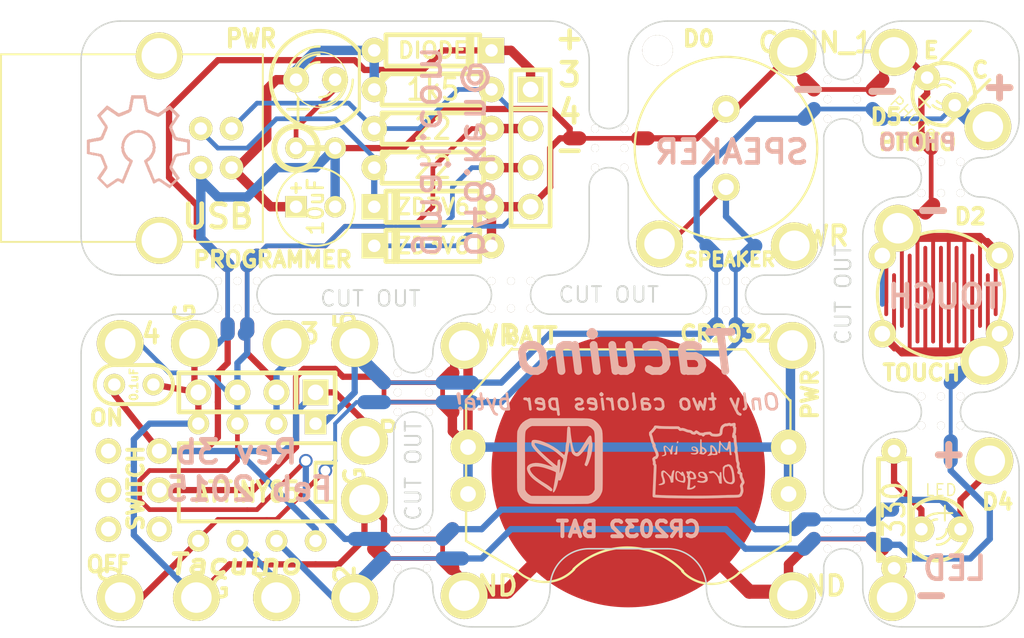
<source format=kicad_pcb>
(kicad_pcb (version 4) (host pcbnew 4.0.4-stable)
  (layers (0 F.Cu signal) (31 B.Cu signal) (34 B.Paste user hide) (35 F.Paste user) (36 B.SilkS user) (37 F.SilkS user) (38 B.Mask user) (39 F.Mask user hide) (44 Edge.Cuts user))
  (net 0 "")
  (net 1 +5V)
  (net 2 +BATT)
  (net 3 "Net-(BT1-Pad1)")
  (net 4 "Net-(D2-Pad2)")
  (net 5 "Net-(D3-Pad2)")
  (net 6 "Net-(D4-Pad1)")
  (net 7 "Net-(D4-Pad2)")
  (net 8 "Net-(D5-Pad2)")
  (net 9 "Net-(IC1-Pad1)")
  (net 10 "Net-(IC1-Pad2)")
  (net 11 "Net-(IC1-Pad5)")
  (net 12 "Net-(IC1-Pad6)")
  (net 13 "Net-(IC1-Pad7)")
  (module DIP-8__300 (layer F.Cu) (at 118.11 132.842 180)
    (fp_text reference IC1 hide)
    (fp_text value ATTINY85 (at 0.635 -0.635 180) (layer F.SilkS) (effects (font (size 1.27 1.016) (thickness 0.254))))
    (pad 1 thru_hole rect (at -3.81 3.81 180) (size 1.397 1.397) (drill 0.8128) (layers *.Cu *.Mask F.SilkS) (net 9 "Net-(IC1-Pad1)"))
    (pad 2 thru_hole circle (at -1.27 3.81 180) (size 1.397 1.397) (drill 0.8128) (layers *.Cu *.Mask F.SilkS) (net 10 "Net-(IC1-Pad2)"))
    (pad 3 thru_hole circle (at 1.27 3.81 180) (size 1.397 1.397) (drill 0.8128) (layers *.Cu *.Mask F.SilkS) (net 6 "Net-(D4-Pad1)"))
    (pad 4 thru_hole circle (at 3.81 3.81 180) (size 1.397 1.397) (drill 0.8128) (layers *.Cu *.Mask F.SilkS) (net 2 +BATT))
    (pad 5 thru_hole circle (at 3.81 -3.81 180) (size 1.397 1.397) (drill 0.8128) (layers *.Cu *.Mask F.SilkS) (net 11 "Net-(IC1-Pad5)"))
    (pad 6 thru_hole circle (at 1.27 -3.81 180) (size 1.397 1.397) (drill 0.8128) (layers *.Cu *.Mask F.SilkS) (net 12 "Net-(IC1-Pad6)"))
    (pad 7 thru_hole circle (at -1.27 -3.81 180) (size 1.397 1.397) (drill 0.8128) (layers *.Cu *.Mask F.SilkS) (net 13 "Net-(IC1-Pad7)"))
    (pad 8 thru_hole circle (at -3.81 -3.81 180) (size 1.397 1.397) (drill 0.8128) (layers *.Cu *.Mask F.SilkS) (net 2 +BATT))
  )
  (module MadeInOregonRev25 (layer F.Cu) (at 146.685 131.445)
    (fp_text reference VAL hide)
    (fp_text value MadeInOregonRev25 hide)
  )
  (module MB225rev (layer F.Cu) (at 137.795 131.445)
    (fp_text reference VAL hide)
    (fp_text value MB225rev hide)
  )
  (module OSHW_r_silk_23 (layer F.Cu) (at 107.061 107.696)
    (fp_text reference OSHW_r_silk_23 hide)
    (fp_text value "" (at 0 0) (layer F.SilkS))
  )
  (module 3hole_mousebite (layer F.Cu) (at 116.84 121.92)
    (fp_text reference p hide)
    (fp_text value P hide)
    (pad "" thru_hole circle (at 0 -0.381) (size 0.508 0.508) (drill 0.508) (layers *.Cu *.Mask F.SilkS))
    (pad 1 thru_hole circle (at -1.27 -0.381) (size 0.508 0.508) (drill 0.508) (layers *.Cu *.Mask F.SilkS))
    (pad 2 thru_hole circle (at 1.27 -0.381) (size 0.508 0.508) (drill 0.508) (layers *.Cu *.Mask F.SilkS))
  )
  (module 3hole_mousebite (layer F.Cu) (at 116.84 119.38 180)
    (fp_text reference p hide)
    (fp_text value P hide)
    (pad "" thru_hole circle (at 0 -0.381 180) (size 0.508 0.508) (drill 0.508) (layers *.Cu *.Mask F.SilkS))
    (pad 1 thru_hole circle (at -1.27 -0.381 180) (size 0.508 0.508) (drill 0.508) (layers *.Cu *.Mask F.SilkS))
    (pad 2 thru_hole circle (at 1.27 -0.381 180) (size 0.508 0.508) (drill 0.508) (layers *.Cu *.Mask F.SilkS))
  )
  (module 078hole (layer F.Cu) (at 144.145 104.775)
    (fp_text reference HOLE_2 hide)
    (fp_text value CONN_1 hide)
    (pad "" thru_hole circle (at 0 0) (size 1.984375 1.984375) (drill 1.984375) (layers *.Cu F.SilkS))
  )
  (module 1pin-Sew-thin (layer F.Cu) (at 152.908 123.952)
    (fp_text reference B_P1 hide)
    (fp_text value PWR (at 1.143 3.175 90) (layer F.SilkS) (effects (font (size 1.016 1.016) (thickness 0.254))))
    (pad 1 thru_hole circle (at 0 0) (size 3.048 3.048) (drill 1.984375) (layers *.Cu *.Mask F.SilkS) (net 3 "Net-(BT1-Pad1)"))
  )
  (module 3hole_mousebite (layer F.Cu) (at 134.62 121.92)
    (fp_text reference p hide)
    (fp_text value P hide)
    (pad "" thru_hole circle (at 0 -0.381) (size 0.508 0.508) (drill 0.508) (layers *.Cu *.Mask F.SilkS))
    (pad 1 thru_hole circle (at -1.27 -0.381) (size 0.508 0.508) (drill 0.508) (layers *.Cu *.Mask F.SilkS))
    (pad 2 thru_hole circle (at 1.27 -0.381) (size 0.508 0.508) (drill 0.508) (layers *.Cu *.Mask F.SilkS))
  )
  (module 3hole_mousebite (layer F.Cu) (at 134.62 119.38 180)
    (fp_text reference p hide)
    (fp_text value P hide)
    (pad "" thru_hole circle (at 0 -0.381 180) (size 0.508 0.508) (drill 0.508) (layers *.Cu *.Mask F.SilkS))
    (pad 1 thru_hole circle (at -1.27 -0.381 180) (size 0.508 0.508) (drill 0.508) (layers *.Cu *.Mask F.SilkS))
    (pad 2 thru_hole circle (at 1.27 -0.381 180) (size 0.508 0.508) (drill 0.508) (layers *.Cu *.Mask F.SilkS))
  )
  (module 3hole_mousebite (layer F.Cu) (at 148.59 119.38 180)
    (fp_text reference p hide)
    (fp_text value P hide)
    (pad "" thru_hole circle (at 0 -0.381 180) (size 0.508 0.508) (drill 0.508) (layers *.Cu *.Mask F.SilkS))
    (pad 1 thru_hole circle (at -1.27 -0.381 180) (size 0.508 0.508) (drill 0.508) (layers *.Cu *.Mask F.SilkS))
    (pad 2 thru_hole circle (at 1.27 -0.381 180) (size 0.508 0.508) (drill 0.508) (layers *.Cu *.Mask F.SilkS))
  )
  (module 3hole_mousebite (layer F.Cu) (at 148.59 121.285 180)
    (fp_text reference p hide)
    (fp_text value P hide)
    (pad "" thru_hole circle (at 0 -0.381 180) (size 0.508 0.508) (drill 0.508) (layers *.Cu *.Mask F.SilkS))
    (pad 1 thru_hole circle (at -1.27 -0.381 180) (size 0.508 0.508) (drill 0.508) (layers *.Cu *.Mask F.SilkS))
    (pad 2 thru_hole circle (at 1.27 -0.381 180) (size 0.508 0.508) (drill 0.508) (layers *.Cu *.Mask F.SilkS))
  )
  (module 3hole_mousebite (layer F.Cu) (at 139.7 111.125 270)
    (fp_text reference p hide)
    (fp_text value P hide)
    (pad "" thru_hole circle (at 0 -0.381 270) (size 0.508 0.508) (drill 0.508) (layers *.Cu *.Mask F.SilkS))
    (pad 1 thru_hole circle (at -1.27 -0.381 270) (size 0.508 0.508) (drill 0.508) (layers *.Cu *.Mask F.SilkS))
    (pad 2 thru_hole circle (at 1.27 -0.381 270) (size 0.508 0.508) (drill 0.508) (layers *.Cu *.Mask F.SilkS))
  )
  (module 3hole_mousebite (layer F.Cu) (at 141.605 111.125 270)
    (fp_text reference p hide)
    (fp_text value P hide)
    (pad "" thru_hole circle (at 0 -0.381 270) (size 0.508 0.508) (drill 0.508) (layers *.Cu *.Mask F.SilkS))
    (pad 1 thru_hole circle (at -1.27 -0.381 270) (size 0.508 0.508) (drill 0.508) (layers *.Cu *.Mask F.SilkS))
    (pad 2 thru_hole circle (at 1.27 -0.381 270) (size 0.508 0.508) (drill 0.508) (layers *.Cu *.Mask F.SilkS))
  )
  (module 3hole_mousebite (layer F.Cu) (at 162.56 113.665 180)
    (fp_text reference p hide)
    (fp_text value P hide)
    (pad "" thru_hole circle (at 0 -0.381 180) (size 0.508 0.508) (drill 0.508) (layers *.Cu *.Mask F.SilkS))
    (pad 1 thru_hole circle (at -1.27 -0.381 180) (size 0.508 0.508) (drill 0.508) (layers *.Cu *.Mask F.SilkS))
    (pad 2 thru_hole circle (at 1.27 -0.381 180) (size 0.508 0.508) (drill 0.508) (layers *.Cu *.Mask F.SilkS))
  )
  (module 3hole_mousebite (layer F.Cu) (at 162.56 112.395)
    (fp_text reference p hide)
    (fp_text value P hide)
    (pad "" thru_hole circle (at 0 -0.381) (size 0.508 0.508) (drill 0.508) (layers *.Cu *.Mask F.SilkS))
    (pad 1 thru_hole circle (at -1.27 -0.381) (size 0.508 0.508) (drill 0.508) (layers *.Cu *.Mask F.SilkS))
    (pad 2 thru_hole circle (at 1.27 -0.381) (size 0.508 0.508) (drill 0.508) (layers *.Cu *.Mask F.SilkS))
  )
  (module 3hole_mousebite (layer F.Cu) (at 155.575 107.95 90)
    (fp_text reference p hide)
    (fp_text value P hide)
    (pad "" thru_hole circle (at 0 -0.381 90) (size 0.508 0.508) (drill 0.508) (layers *.Cu *.Mask F.SilkS))
    (pad 1 thru_hole circle (at -1.27 -0.381 90) (size 0.508 0.508) (drill 0.508) (layers *.Cu *.Mask F.SilkS))
    (pad 2 thru_hole circle (at 1.27 -0.381 90) (size 0.508 0.508) (drill 0.508) (layers *.Cu *.Mask F.SilkS))
  )
  (module 3hole_mousebite (layer F.Cu) (at 157.48 107.95 90)
    (fp_text reference p hide)
    (fp_text value P hide)
    (pad "" thru_hole circle (at 0 -0.381 90) (size 0.508 0.508) (drill 0.508) (layers *.Cu *.Mask F.SilkS))
    (pad 1 thru_hole circle (at -1.27 -0.381 90) (size 0.508 0.508) (drill 0.508) (layers *.Cu *.Mask F.SilkS))
    (pad 2 thru_hole circle (at 1.27 -0.381 90) (size 0.508 0.508) (drill 0.508) (layers *.Cu *.Mask F.SilkS))
  )
  (module 3hole_mousebite (layer F.Cu) (at 155.575 135.89 90)
    (fp_text reference p hide)
    (fp_text value P hide)
    (pad "" thru_hole circle (at 0 -0.381 90) (size 0.508 0.508) (drill 0.508) (layers *.Cu *.Mask F.SilkS))
    (pad 1 thru_hole circle (at -1.27 -0.381 90) (size 0.508 0.508) (drill 0.508) (layers *.Cu *.Mask F.SilkS))
    (pad 2 thru_hole circle (at 1.27 -0.381 90) (size 0.508 0.508) (drill 0.508) (layers *.Cu *.Mask F.SilkS))
  )
  (module 3hole_mousebite (layer F.Cu) (at 157.48 135.89 90)
    (fp_text reference p hide)
    (fp_text value P hide)
    (pad "" thru_hole circle (at 0 -0.381 90) (size 0.508 0.508) (drill 0.508) (layers *.Cu *.Mask F.SilkS))
    (pad 1 thru_hole circle (at -1.27 -0.381 90) (size 0.508 0.508) (drill 0.508) (layers *.Cu *.Mask F.SilkS))
    (pad 2 thru_hole circle (at 1.27 -0.381 90) (size 0.508 0.508) (drill 0.508) (layers *.Cu *.Mask F.SilkS))
  )
  (module 3hole_mousebite (layer F.Cu) (at 162.56 129.54)
    (fp_text reference p hide)
    (fp_text value P hide)
    (pad "" thru_hole circle (at 0 -0.381) (size 0.508 0.508) (drill 0.508) (layers *.Cu *.Mask F.SilkS))
    (pad 1 thru_hole circle (at -1.27 -0.381) (size 0.508 0.508) (drill 0.508) (layers *.Cu *.Mask F.SilkS))
    (pad 2 thru_hole circle (at 1.27 -0.381) (size 0.508 0.508) (drill 0.508) (layers *.Cu *.Mask F.SilkS))
  )
  (module 3hole_mousebite (layer F.Cu) (at 162.56 127.635)
    (fp_text reference p hide)
    (fp_text value P hide)
    (pad "" thru_hole circle (at 0 -0.381) (size 0.508 0.508) (drill 0.508) (layers *.Cu *.Mask F.SilkS))
    (pad 1 thru_hole circle (at -1.27 -0.381) (size 0.508 0.508) (drill 0.508) (layers *.Cu *.Mask F.SilkS))
    (pad 2 thru_hole circle (at 1.27 -0.381) (size 0.508 0.508) (drill 0.508) (layers *.Cu *.Mask F.SilkS))
  )
  (module 3hole_mousebite (layer F.Cu) (at 127.635 137.16 90)
    (fp_text reference p hide)
    (fp_text value P hide)
    (pad "" thru_hole circle (at 0 -0.381 90) (size 0.508 0.508) (drill 0.508) (layers *.Cu *.Mask F.SilkS))
    (pad 1 thru_hole circle (at -1.27 -0.381 90) (size 0.508 0.508) (drill 0.508) (layers *.Cu *.Mask F.SilkS))
    (pad 2 thru_hole circle (at 1.27 -0.381 90) (size 0.508 0.508) (drill 0.508) (layers *.Cu *.Mask F.SilkS))
  )
  (module 3hole_mousebite (layer F.Cu) (at 129.54 137.16 90)
    (fp_text reference p hide)
    (fp_text value P hide)
    (pad "" thru_hole circle (at 0 -0.381 90) (size 0.508 0.508) (drill 0.508) (layers *.Cu *.Mask F.SilkS))
    (pad 1 thru_hole circle (at -1.27 -0.381 90) (size 0.508 0.508) (drill 0.508) (layers *.Cu *.Mask F.SilkS))
    (pad 2 thru_hole circle (at 1.27 -0.381 90) (size 0.508 0.508) (drill 0.508) (layers *.Cu *.Mask F.SilkS))
  )
  (module 3hole_mousebite (layer F.Cu) (at 127.635 127 90)
    (fp_text reference p hide)
    (fp_text value P hide)
    (pad "" thru_hole circle (at 0 -0.381 90) (size 0.508 0.508) (drill 0.508) (layers *.Cu *.Mask F.SilkS))
    (pad 1 thru_hole circle (at -1.27 -0.381 90) (size 0.508 0.508) (drill 0.508) (layers *.Cu *.Mask F.SilkS))
    (pad 2 thru_hole circle (at 1.27 -0.381 90) (size 0.508 0.508) (drill 0.508) (layers *.Cu *.Mask F.SilkS))
  )
  (module 3hole_mousebite (layer F.Cu) (at 128.905 127 270)
    (fp_text reference p hide)
    (fp_text value P hide)
    (pad "" thru_hole circle (at 0 -0.381 270) (size 0.508 0.508) (drill 0.508) (layers *.Cu *.Mask F.SilkS))
    (pad 1 thru_hole circle (at -1.27 -0.381 270) (size 0.508 0.508) (drill 0.508) (layers *.Cu *.Mask F.SilkS))
    (pad 2 thru_hole circle (at 1.27 -0.381 270) (size 0.508 0.508) (drill 0.508) (layers *.Cu *.Mask F.SilkS))
  )
  (module footprints:D3 (layer F.Cu) (at 129.54 104.775)
    (fp_text reference 1N4001 hide)
    (fp_text value DIODE (at 0 0) (layer F.SilkS) (effects (font (size 1.016 1.016) (thickness 0.2032))))
    (pad 2 thru_hole rect (at 3.81 0) (size 1.651 1.651) (drill 0.8128) (layers *.Cu *.Mask F.SilkS) (net 2 +BATT))
    (pad 1 thru_hole circle (at -3.81 0) (size 1.651 1.651) (drill 0.8128) (layers *.Cu *.Mask F.SilkS) (net 1 +5V))
  )
  (module footprints:BATT_CR2032 (layer F.Cu) (at 142.24 132.08)
    (fp_text reference BT1 hide)
    (fp_text value BATTERY hide)
    (pad 1 thru_hole circle (at -10.414 1.524) (size 2.286 2.286) (drill 1.016) (layers *.Cu *.Mask F.SilkS) (net 3 "Net-(BT1-Pad1)"))
    (pad 1 thru_hole circle (at 10.414 1.524) (size 2.286 2.286) (drill 1.016) (layers *.Cu *.Mask F.SilkS) (net 3 "Net-(BT1-Pad1)"))
    (pad 1 thru_hole circle (at -10.414 -1.524) (size 2.286 2.286) (drill 1.016) (layers *.Cu *.Mask F.SilkS) (net 3 "Net-(BT1-Pad1)"))
    (pad 1 thru_hole circle (at 10.414 -1.524) (size 2.286 2.286) (drill 1.016) (layers *.Cu *.Mask F.SilkS) (net 3 "Net-(BT1-Pad1)"))
    (pad 2 smd circle (at 0 0) (size 17.78 17.78) (layers F.Cu F.Paste F.Mask) (net 2 +BATT))
  )
  (module footprints:1pin-Sew-thin (layer F.Cu) (at 159.766 116.332)
    (fp_text reference B_C1 hide)
    (fp_text value " " (at 1.524 -0.635) (layer F.SilkS) (effects (font (size 1.27 1.27) (thickness 0.254))))
    (pad 1 thru_hole circle (at 0 0) (size 3.048 3.048) (drill 1.984375) (layers *.Cu *.Mask F.SilkS) (net 2 +BATT))
  )
  (module footprints:1pin-Sew-thin (layer F.Cu) (at 152.908 104.902)
    (fp_text reference B_C2 hide)
    (fp_text value CONN_1 (at 1.524 -0.635) (layer F.SilkS) (effects (font (size 1.27 1.27) (thickness 0.254))))
    (pad 1 thru_hole circle (at 0 0) (size 3.048 3.048) (drill 1.984375) (layers *.Cu *.Mask F.SilkS) (net 2 +BATT))
  )
  (module footprints:1pin-Sew-thin (layer F.Cu) (at 131.572 140.208)
    (fp_text reference B_N1 hide)
    (fp_text value GND (at 1.524 -0.635) (layer F.SilkS) (effects (font (size 1.27 1.27) (thickness 0.254))))
    (pad 1 thru_hole circle (at 0 0) (size 3.048 3.048) (drill 1.984375) (layers *.Cu *.Mask F.SilkS) (net 2 +BATT))
  )
  (module footprints:1pin-Sew-thin (layer F.Cu) (at 152.908 140.208)
    (fp_text reference B_N2 hide)
    (fp_text value GND (at 1.524 -0.635) (layer F.SilkS) (effects (font (size 1.27 1.27) (thickness 0.254))))
    (pad 1 thru_hole circle (at 0 0) (size 3.048 3.048) (drill 1.984375) (layers *.Cu *.Mask F.SilkS) (net 2 +BATT))
  )
  (module footprints:1pin-Sew-thin (layer F.Cu) (at 153.035 117.475)
    (fp_text reference B_P1 hide)
    (fp_text value PWR (at 1.524 -0.635) (layer F.SilkS) (effects (font (size 1.27 1.27) (thickness 0.254))))
    (pad 1 thru_hole circle (at 0 0) (size 3.048 3.048) (drill 1.984375) (layers *.Cu *.Mask F.SilkS) (net 3 "Net-(BT1-Pad1)"))
  )
  (module footprints:1pin-Sew-thin (layer F.Cu) (at 131.572 123.952)
    (fp_text reference B_P2 hide)
    (fp_text value PWR (at 1.524 -0.635) (layer F.SilkS) (effects (font (size 1.27 1.27) (thickness 0.254))))
    (pad 1 thru_hole circle (at 0 0) (size 3.048 3.048) (drill 1.984375) (layers *.Cu *.Mask F.SilkS) (net 3 "Net-(BT1-Pad1)"))
  )
  (module footprints:C1 (layer F.Cu) (at 110.109 126.492)
    (fp_text reference C1 hide)
    (fp_text value 0.1uF (at 0 0 90) (layer F.SilkS) (effects (font (size 0.508 0.508) (thickness 0.127))))
    (pad 1 thru_hole circle (at -1.27 0) (size 1.397 1.397) (drill 0.8128) (layers *.Cu *.Mask F.SilkS) (net 2 +BATT))
    (pad 2 thru_hole circle (at 1.27 0) (size 1.397 1.397) (drill 0.8128) (layers *.Cu *.Mask F.SilkS) (net 2 +BATT))
  )
  (module footprints:C1V5 (layer F.Cu) (at 121.92 114.935)
    (fp_text reference C2 hide)
    (fp_text value 10uF (at 0 0 90) (layer F.SilkS) (effects (font (size 1.016 1.016) (thickness 0.1778))))
    (fp_text user + (at -1.27 -1.27) (layer F.SilkS) (effects (font (size 0.762 0.762) (thickness 0.2032))))
    (pad 1 thru_hole rect (at -1.27 0) (size 1.397 1.397) (drill 0.8128) (layers *.Cu *.Mask F.SilkS) (net 1 +5V))
    (pad 2 thru_hole circle (at 1.27 0) (size 1.397 1.397) (drill 0.8128) (layers *.Cu *.Mask F.SilkS) (net 2 +BATT))
  )
  (module footprints:LED-5MM (layer F.Cu) (at 121.92 106.68)
    (fp_text reference D2 hide)
    (fp_text value PWR hide)
    (fp_text user + (at -1.143 1.778) (layer F.SilkS) (effects (font (size 1.778 1.778) (thickness 0.1778))))
    (pad 1 thru_hole circle (at -1.27 0) (size 1.6764 1.6764) (drill 0.8128) (layers *.Cu *.Mask F.SilkS) (net 1 +5V))
    (pad 2 thru_hole circle (at 1.27 0) (size 1.6764 1.6764) (drill 0.8128) (layers *.Cu *.Mask F.SilkS) (net 4 "Net-(D2-Pad2)"))
  )
  (module footprints:D3 (layer F.Cu) (at 129.54 114.935 180)
    (fp_text reference D3 hide)
    (fp_text value ZD3V6 (at 0 0 180) (layer F.SilkS) (effects (font (size 1.016 1.016) (thickness 0.2032))))
    (pad 2 thru_hole rect (at 3.81 0 180) (size 1.651 1.651) (drill 0.8128) (layers *.Cu *.Mask F.SilkS) (net 5 "Net-(D3-Pad2)"))
    (pad 1 thru_hole circle (at -3.81 0 180) (size 1.651 1.651) (drill 0.8128) (layers *.Cu *.Mask F.SilkS) (net 2 +BATT))
  )
  (module footprints:D3 (layer F.Cu) (at 129.54 117.475 180)
    (fp_text reference D5 hide)
    (fp_text value ZD3V6 (at 0 0 180) (layer F.SilkS) (effects (font (size 1.016 1.016) (thickness 0.2032))))
    (pad 2 thru_hole rect (at 3.81 0 180) (size 1.651 1.651) (drill 0.8128) (layers *.Cu *.Mask F.SilkS) (net 8 "Net-(D5-Pad2)"))
    (pad 1 thru_hole circle (at -3.81 0 180) (size 1.651 1.651) (drill 0.8128) (layers *.Cu *.Mask F.SilkS) (net 2 +BATT))
  )
  (module footprints:USB_B (layer F.Cu) (at 111.76 111.125 270)
    (fp_text reference J1 hide)
    (fp_text value USB (at 4.445 -3.81 360) (layer F.SilkS) (effects (font (thickness 0.3048))))
    (pad 1 thru_hole circle (at 1.27 -4.699 270) (size 1.524 1.524) (drill 0.8128) (layers *.Cu *.Mask F.SilkS) (net 1 +5V))
    (pad 2 thru_hole circle (at -1.27 -4.699 270) (size 1.524 1.524) (drill 0.8128) (layers *.Cu *.Mask F.SilkS) (net 8 "Net-(D5-Pad2)"))
    (pad 3 thru_hole circle (at -1.27 -2.70002 270) (size 1.524 1.524) (drill 0.8128) (layers *.Cu *.Mask F.SilkS) (net 5 "Net-(D3-Pad2)"))
    (pad 4 thru_hole circle (at 1.27 -2.70002 270) (size 1.524 1.524) (drill 0.8128) (layers *.Cu *.Mask F.SilkS) (net 2 +BATT))
    (pad 5 thru_hole circle (at 5.99948 0 270) (size 3.048 3.048) (drill 2.30124) (layers *.Cu *.Mask F.SilkS))
    (pad 6 thru_hole circle (at -5.99948 0 270) (size 3.048 3.048) (drill 2.30124) (layers *.Cu *.Mask F.SilkS))
  )
  (module footprints:1pin-Sew-thin (layer F.Cu) (at 159.385 140.335 90)
    (fp_text reference L1_C1 hide)
    (fp_text value " " (at 1.524 -0.635 90) (layer F.SilkS) (effects (font (size 1.27 1.27) (thickness 0.254))))
    (pad 1 thru_hole circle (at 0 0 90) (size 3.048 3.048) (drill 1.984375) (layers *.Cu *.Mask F.SilkS) (net 2 +BATT))
  )
  (module footprints:1pin-Sew-thin (layer F.Cu) (at 165.735 131.445 90)
    (fp_text reference L1_C2 hide)
    (fp_text value " " (at 1.524 -0.635 90) (layer F.SilkS) (effects (font (size 1.27 1.27) (thickness 0.254))))
    (pad 1 thru_hole circle (at 0 0 90) (size 3.048 3.048) (drill 1.984375) (layers *.Cu *.Mask F.SilkS) (net 6 "Net-(D4-Pad1)"))
  )
  (module footprints:SIL-4 (layer F.Cu) (at 118.11 127 180)
    (fp_text reference P1 hide)
    (fp_text value CONN_4 hide)
    (pad 1 thru_hole rect (at -3.81 0 180) (size 1.6764 1.6764) (drill 1.016) (layers *.Cu *.Mask F.SilkS) (net 2 +BATT))
    (pad 2 thru_hole circle (at -1.27 0 180) (size 1.6764 1.6764) (drill 1.016) (layers *.Cu *.Mask F.SilkS) (net 10 "Net-(IC1-Pad2)"))
    (pad 3 thru_hole circle (at 1.27 0 180) (size 1.6764 1.6764) (drill 1.016) (layers *.Cu *.Mask F.SilkS) (net 6 "Net-(D4-Pad1)"))
    (pad 4 thru_hole circle (at 3.81 0 180) (size 1.6764 1.6764) (drill 1.016) (layers *.Cu *.Mask F.SilkS) (net 2 +BATT))
  )
  (module footprints:SIL-4 (layer F.Cu) (at 135.89 111.125 270)
    (fp_text reference P2 hide)
    (fp_text value CONN_4 hide)
    (pad 1 thru_hole rect (at -3.81 0 270) (size 1.6764 1.6764) (drill 1.016) (layers *.Cu *.Mask F.SilkS) (net 2 +BATT))
    (pad 2 thru_hole circle (at -1.27 0 270) (size 1.6764 1.6764) (drill 1.016) (layers *.Cu *.Mask F.SilkS) (net 10 "Net-(IC1-Pad2)"))
    (pad 3 thru_hole circle (at 1.27 0 270) (size 1.6764 1.6764) (drill 1.016) (layers *.Cu *.Mask F.SilkS) (net 6 "Net-(D4-Pad1)"))
    (pad 4 thru_hole circle (at 3.81 0 270) (size 1.6764 1.6764) (drill 1.016) (layers *.Cu *.Mask F.SilkS) (net 2 +BATT))
  )
  (module footprints:1pin-Sew-thin (layer F.Cu) (at 109.22 140.335 90)
    (fp_text reference PD0 hide)
    (fp_text value 0 (at 1.524 -0.635 90) (layer F.SilkS) (effects (font (size 1.27 1.27) (thickness 0.254))))
    (pad 1 thru_hole circle (at 0 0 90) (size 3.048 3.048) (drill 1.984375) (layers *.Cu *.Mask F.SilkS) (net 11 "Net-(IC1-Pad5)"))
  )
  (module footprints:1pin-Sew-thin (layer F.Cu) (at 119.38 140.335 90)
    (fp_text reference PD1 hide)
    (fp_text value 1 (at 1.524 -0.635 90) (layer F.SilkS) (effects (font (size 1.27 1.27) (thickness 0.254))))
    (pad 1 thru_hole circle (at 0 0 90) (size 3.048 3.048) (drill 1.984375) (layers *.Cu *.Mask F.SilkS) (net 12 "Net-(IC1-Pad6)"))
  )
  (module footprints:1pin-Sew-thin (layer F.Cu) (at 124.46 140.335 90)
    (fp_text reference PD2 hide)
    (fp_text value 2 (at 1.524 -0.635 90) (layer F.SilkS) (effects (font (size 1.27 1.27) (thickness 0.254))))
    (pad 1 thru_hole circle (at 0 0 90) (size 3.048 3.048) (drill 1.984375) (layers *.Cu *.Mask F.SilkS) (net 13 "Net-(IC1-Pad7)"))
  )
  (module footprints:1pin-Sew-thin (layer F.Cu) (at 120.015 123.825)
    (fp_text reference PD3 hide)
    (fp_text value 3 (at 1.524 -0.635) (layer F.SilkS) (effects (font (size 1.27 1.27) (thickness 0.254))))
    (pad 1 thru_hole circle (at 0 0) (size 3.048 3.048) (drill 1.984375) (layers *.Cu *.Mask F.SilkS) (net 10 "Net-(IC1-Pad2)"))
  )
  (module footprints:1pin-Sew-thin (layer F.Cu) (at 109.22 123.825)
    (fp_text reference PD4 hide)
    (fp_text value " 4" (at 1.524 -0.635) (layer F.SilkS) (effects (font (size 1.27 1.27) (thickness 0.254))))
    (pad 1 thru_hole circle (at 0 0) (size 3.048 3.048) (drill 1.984375) (layers *.Cu *.Mask F.SilkS) (net 6 "Net-(D4-Pad1)"))
  )
  (module footprints:1pin-Sew-thin (layer F.Cu) (at 124.46 123.825 90)
    (fp_text reference PD5 hide)
    (fp_text value 5 (at 1.524 -0.635 90) (layer F.SilkS) (effects (font (size 1.27 1.27) (thickness 0.254))))
    (pad 1 thru_hole circle (at 0 0 90) (size 3.048 3.048) (drill 1.984375) (layers *.Cu *.Mask F.SilkS) (net 9 "Net-(IC1-Pad1)"))
  )
  (module footprints:1pin-Sew-thin (layer F.Cu) (at 125.095 133.985 90)
    (fp_text reference PDGND1 hide)
    (fp_text value G (at 1.524 -0.635 90) (layer F.SilkS) (effects (font (size 1.27 1.27) (thickness 0.254))))
    (pad 1 thru_hole circle (at 0 0 90) (size 3.048 3.048) (drill 1.984375) (layers *.Cu *.Mask F.SilkS) (net 2 +BATT))
  )
  (module footprints:1pin-Sew-thin (layer F.Cu) (at 114.046 123.825 90)
    (fp_text reference PDGND2 hide)
    (fp_text value " G" (at 1.524 -0.635 90) (layer F.SilkS) (effects (font (size 1.27 1.27) (thickness 0.254))))
    (pad 1 thru_hole circle (at 0 0 90) (size 3.048 3.048) (drill 1.984375) (layers *.Cu *.Mask F.SilkS) (net 2 +BATT))
  )
  (module footprints:1pin-Sew-thin (layer F.Cu) (at 114.173 140.335)
    (fp_text reference PDGND3 hide)
    (fp_text value G (at 1.524 -0.635) (layer F.SilkS) (effects (font (size 1.27 1.27) (thickness 0.254))))
    (pad 1 thru_hole circle (at 0 0) (size 3.048 3.048) (drill 1.984375) (layers *.Cu *.Mask F.SilkS) (net 2 +BATT))
  )
  (module footprints:1pin-Sew-thin (layer F.Cu) (at 125.095 130.175)
    (fp_text reference PDVCC1 hide)
    (fp_text value P (at 1.524 -0.635) (layer F.SilkS) (effects (font (size 1.27 1.27) (thickness 0.254))))
    (pad 1 thru_hole circle (at 0 0) (size 3.048 3.048) (drill 1.984375) (layers *.Cu *.Mask F.SilkS) (net 2 +BATT))
  )
  (module footprints:1pin-Sew-thin (layer F.Cu) (at 159.512 104.902)
    (fp_text reference P_1 hide)
    (fp_text value " " (at 1.524 -0.635) (layer F.SilkS) (effects (font (size 1.27 1.27) (thickness 0.254))))
    (pad 1 thru_hole circle (at 0 0) (size 3.048 3.048) (drill 1.984375) (layers *.Cu *.Mask F.SilkS) (net 2 +BATT))
  )
  (module footprints:1pin-Sew-thin (layer F.Cu) (at 165.608 109.728)
    (fp_text reference P_2 hide)
    (fp_text value " " (at 1.524 -0.635) (layer F.SilkS) (effects (font (size 1.27 1.27) (thickness 0.254))))
    (pad 1 thru_hole circle (at 0 0) (size 3.048 3.048) (drill 1.984375) (layers *.Cu *.Mask F.SilkS) (net 9 "Net-(IC1-Pad1)"))
  )
  (module footprints:LED-3MM (layer F.Cu) (at 162.56 107.442 315)
    (fp_text reference Q1 hide)
    (fp_text value PHOTO (at 0 2.54 315) (layer F.SilkS) (effects (font (size 0.762 0.762) (thickness 0.0889))))
    (fp_text user + (at -0.254 1.143 315) (layer F.SilkS) (effects (font (size 1.27 1.27) (thickness 0.127))))
    (pad 1 thru_hole circle (at -1.27 0 315) (size 1.6764 1.6764) (drill 0.8128) (layers *.Cu *.Mask F.SilkS) (net 2 +BATT))
    (pad 2 thru_hole circle (at 1.27 0 315) (size 1.6764 1.6764) (drill 0.8128) (layers *.Cu *.Mask F.SilkS) (net 9 "Net-(IC1-Pad1)"))
  )
  (module footprints:R3-LARGE_PADS (layer F.Cu) (at 159.512 134.62 90)
    (fp_text reference R1 hide)
    (fp_text value 330 (at 0 0 90) (layer F.SilkS) (effects (font (size 1.397 1.27) (thickness 0.2032))))
    (pad 1 thru_hole circle (at -3.81 0 90) (size 1.651 1.651) (drill 0.8128) (layers *.Cu *.Mask F.SilkS) (net 2 +BATT))
    (pad 2 thru_hole circle (at 3.81 0 90) (size 1.651 1.651) (drill 0.8128) (layers *.Cu *.Mask F.SilkS) (net 7 "Net-(D4-Pad2)"))
  )
  (module footprints:R3-LARGE_PADS (layer F.Cu) (at 129.54 107.315)
    (fp_text reference R2 hide)
    (fp_text value 1k5 (at 0 0) (layer F.SilkS) (effects (font (size 1.397 1.27) (thickness 0.2032))))
    (pad 1 thru_hole circle (at -3.81 0) (size 1.651 1.651) (drill 0.8128) (layers *.Cu *.Mask F.SilkS) (net 1 +5V))
    (pad 2 thru_hole circle (at 3.81 0) (size 1.651 1.651) (drill 0.8128) (layers *.Cu *.Mask F.SilkS) (net 8 "Net-(D5-Pad2)"))
  )
  (module footprints:R3-LARGE_PADS (layer F.Cu) (at 129.54 112.395)
    (fp_text reference R3 hide)
    (fp_text value 22 (at 0 0) (layer F.SilkS) (effects (font (size 1.397 1.27) (thickness 0.2032))))
    (pad 1 thru_hole circle (at -3.81 0) (size 1.651 1.651) (drill 0.8128) (layers *.Cu *.Mask F.SilkS) (net 5 "Net-(D3-Pad2)"))
    (pad 2 thru_hole circle (at 3.81 0) (size 1.651 1.651) (drill 0.8128) (layers *.Cu *.Mask F.SilkS) (net 6 "Net-(D4-Pad1)"))
  )
  (module footprints:R3-LARGE_PADS (layer F.Cu) (at 129.54 109.855)
    (fp_text reference R4 hide)
    (fp_text value 22 (at 0 0) (layer F.SilkS) (effects (font (size 1.397 1.27) (thickness 0.2032))))
    (pad 1 thru_hole circle (at -3.81 0) (size 1.651 1.651) (drill 0.8128) (layers *.Cu *.Mask F.SilkS) (net 8 "Net-(D5-Pad2)"))
    (pad 2 thru_hole circle (at 3.81 0) (size 1.651 1.651) (drill 0.8128) (layers *.Cu *.Mask F.SilkS) (net 10 "Net-(IC1-Pad2)"))
  )
  (module footprints:R1 (layer F.Cu) (at 121.92 111.125)
    (fp_text reference R6 hide)
    (fp_text value 330 hide)
    (pad 1 thru_hole circle (at -1.27 0) (size 1.397 1.397) (drill 0.8128) (layers *.Cu *.Mask F.SilkS) (net 4 "Net-(D2-Pad2)"))
    (pad 2 thru_hole circle (at 1.27 0) (size 1.397 1.397) (drill 0.8128) (layers *.Cu *.Mask F.SilkS) (net 2 +BATT))
  )
  (module footprints:SPEAKER (layer F.Cu) (at 148.59 111.125)
    (fp_text reference SP1 hide)
    (fp_text value SPEAKER (at 0.254 7.239) (layer F.SilkS) (effects (font (size 0.889 0.889) (thickness 0.22225))))
    (pad 2 thru_hole circle (at 0 2.54) (size 1.778 1.778) (drill 1.016) (layers *.Cu *.Mask F.SilkS) (net 11 "Net-(IC1-Pad5)"))
    (pad 1 thru_hole circle (at 0 -2.54) (size 1.778 1.778) (drill 1.016) (layers *.Cu *.Mask F.SilkS) (net 2 +BATT))
  )
  (module footprints:SW_PUSH_TOUCH (layer F.Cu) (at 162.56 120.65 180)
    (fp_text reference SW1 hide)
    (fp_text value TOUCH (at 1.27 -5.08 180) (layer F.SilkS) (effects (font (size 1.016 1.016) (thickness 0.254))))
    (fp_line (start 3.556 2.032) (end 3.556 -1.27) (layer F.Cu) (width 0.254))
    (fp_line (start -3.556 2.032) (end -3.556 -1.27) (layer F.Cu) (width 0.254))
    (fp_line (start 3.556 2.032) (end 3.556 -0.508) (layer F.Cu) (width 0.254))
    (fp_line (start 3.048 -2.286) (end 3.048 1.27) (layer F.Cu) (width 0.254))
    (fp_line (start -3.048 -2.54) (end -3.048 1.27) (layer F.Cu) (width 0.254))
    (fp_line (start -2.54 3.556) (end -2.54 -2.032) (layer F.Cu) (width 0.254))
    (fp_line (start 2.54 3.556) (end 2.54 -2.032) (layer F.Cu) (width 0.254))
    (fp_line (start -2.032 -3.556) (end -2.032 2.54) (layer F.Cu) (width 0.254))
    (fp_line (start 2.032 -3.556) (end 2.032 2.54) (layer F.Cu) (width 0.254))
    (fp_line (start -1.524 3.556) (end -1.524 -3.048) (layer F.Cu) (width 0.254))
    (fp_line (start 1.524 3.556) (end 1.524 -3.048) (layer F.Cu) (width 0.254))
    (fp_line (start 1.016 -3.556) (end 1.016 3.048) (layer F.Cu) (width 0.254))
    (fp_line (start -1.016 -3.556) (end -1.016 3.048) (layer F.Cu) (width 0.254))
    (fp_line (start -0.508 3.556) (end -0.508 -3.048) (layer F.Cu) (width 0.254))
    (fp_line (start 0.508 3.556) (end 0.508 -3.048) (layer F.Cu) (width 0.254))
    (fp_line (start 0 -3.556) (end 0 3.048) (layer F.Cu) (width 0.254))
    (fp_line (start -3.302 -3.048) (end -2.794 -3.556) (layer F.Cu) (width 0.254))
    (fp_line (start -2.794 -3.556) (end 3.048 -3.556) (layer F.Cu) (width 0.254))
    (fp_line (start 3.048 -3.556) (end 3.556 -3.048) (layer F.Cu) (width 0.254))
    (fp_line (start -3.556 3.048) (end -3.048 3.556) (layer F.Cu) (width 0.254))
    (fp_line (start -3.048 3.556) (end 2.794 3.556) (layer F.Cu) (width 0.254))
    (fp_line (start 2.794 3.556) (end 3.302 3.048) (layer F.Cu) (width 0.254))
    (pad 1 thru_hole circle (at 3.81 -2.54 180) (size 1.778 1.778) (drill 1.016) (layers *.Cu *.Mask F.SilkS) (net 13 "Net-(IC1-Pad7)"))
    (pad 2 thru_hole circle (at 3.81 2.54 180) (size 1.778 1.778) (drill 1.016) (layers *.Cu *.Mask F.SilkS) (net 2 +BATT))
    (pad 1 thru_hole circle (at -3.81 -2.54 180) (size 1.778 1.778) (drill 1.016) (layers *.Cu *.Mask F.SilkS) (net 13 "Net-(IC1-Pad7)"))
    (pad 2 thru_hole circle (at -3.81 2.54 180) (size 1.778 1.778) (drill 1.016) (layers *.Cu *.Mask F.SilkS) (net 2 +BATT))
  )
  (module footprints:SW_SPST (layer F.Cu) (at 111.76 133.35)
    (fp_text reference SW2 hide)
    (fp_text value ON (at -3.429 -4.699) (layer F.SilkS) (effects (font (size 1.016 1.016) (thickness 0.254))))
    (pad 2 thru_hole circle (at 0 0) (size 1.651 1.651) (drill 0.9652) (layers *.Cu *.Mask F.SilkS) (net 3 "Net-(BT1-Pad1)"))
    (pad 1 thru_hole circle (at 0 -2.54) (size 1.651 1.651) (drill 0.9652) (layers *.Cu *.Mask F.SilkS) (net 2 +BATT))
    (pad 3 thru_hole circle (at 0 2.54) (size 1.651 1.651) (drill 0.9652) (layers *.Cu *.Mask F.SilkS))
    (pad 3 thru_hole circle (at -3.302 -2.54) (size 1.651 1.651) (drill 0.9652) (layers *.Cu *.Mask F.SilkS))
    (pad 3 thru_hole circle (at -3.302 0) (size 1.651 1.651) (drill 0.9652) (layers *.Cu *.Mask F.SilkS))
    (pad 3 thru_hole circle (at -3.302 2.54) (size 1.651 1.651) (drill 0.9652) (layers *.Cu *.Mask F.SilkS))
  )
  (module footprints:1pin-Sew-thin (layer F.Cu) (at 144.272 117.348)
    (fp_text reference S_C1 hide)
    (fp_text value " " (at 1.524 -0.635) (layer F.SilkS) (effects (font (size 1.27 1.27) (thickness 0.254))))
    (pad 1 thru_hole circle (at 0 0) (size 3.048 3.048) (drill 1.984375) (layers *.Cu *.Mask F.SilkS) (net 11 "Net-(IC1-Pad5)"))
  )
  (module footprints:1pin-Sew-thin (layer F.Cu) (at 165.354 124.968)
    (fp_text reference S_C2 hide)
    (fp_text value " " (at 1.524 -0.635) (layer F.SilkS) (effects (font (size 1.27 1.27) (thickness 0.254))))
    (pad 1 thru_hole circle (at 0 0) (size 3.048 3.048) (drill 1.984375) (layers *.Cu *.Mask F.SilkS) (net 13 "Net-(IC1-Pad7)"))
  )
  (module footprints:LED-3MM (layer F.Cu) (at 162.56 135.89 180)
    (fp_text reference D4 hide)
    (fp_text value LED (at 0 2.54 180) (layer F.SilkS) (effects (font (size 0.762 0.762) (thickness 0.0889))))
    (fp_text user + (at -0.254 1.143 180) (layer F.SilkS) (effects (font (size 1.27 1.27) (thickness 0.127))))
    (pad 1 thru_hole circle (at -1.27 0 180) (size 1.6764 1.6764) (drill 0.8128) (layers *.Cu *.Mask F.SilkS) (net 6 "Net-(D4-Pad1)"))
    (pad 2 thru_hole circle (at 1.27 0 180) (size 1.6764 1.6764) (drill 0.8128) (layers *.Cu *.Mask F.SilkS) (net 7 "Net-(D4-Pad2)"))
  )
  (gr_text SWITCH (at 110.236 133.223 90) (layer F.SilkS) (effects (font (size 1.016 1.016) (thickness 0.254))))
  (gr_text OFF (at 108.458 138.176) (layer F.SilkS) (effects (font (size 1.016 1.016) (thickness 0.254))))
  (gr_text Tacuino (at 116.713 138.176) (layer F.SilkS) (effects (font (size 1.27 1.5) (thickness 0.3) italic)))
  (gr_text - (at 162.052 115.062) (layer F.SilkS) (effects (font (size 1.778 1.778) (thickness 0.4445)) (justify mirror)))
  (gr_text - (at 162.052 115.062) (layer B.SilkS) (effects (font (size 1.778 1.778) (thickness 0.4445)) (justify mirror)))
  (gr_text - (at 153.924 107.188) (layer F.SilkS) (effects (font (size 1.778 1.778) (thickness 0.4445)) (justify mirror)))
  (gr_text - (at 153.924 107.188) (layer B.SilkS) (effects (font (size 1.778 1.778) (thickness 0.4445)) (justify mirror)))
  (gr_line (start 167.64 105.41) (end 167.64 109.22) (angle 90) (layer Edge.Cuts) (width 0.1))
  (gr_arc (start 165.1 109.22) (end 167.64 109.22) (angle 90) (layer Edge.Cuts) (width 0.1))
  (gr_line (start 160.02 102.87) (end 165.1 102.87) (angle 90) (layer Edge.Cuts) (width 0.1))
  (gr_arc (start 160.02 105.41) (end 157.48 105.41) (angle 90) (layer Edge.Cuts) (width 0.1))
  (gr_text "648.ken@\ngmail.com" (at 131.064 118.364 270) (layer B.SilkS) (effects (font (size 1.778 1.778) (thickness 0.254)) (justify left mirror)))
  (gr_text SPEAKER (at 148.971 111.379) (layer B.SilkS) (effects (font (size 1.5 1.5) (thickness 0.3)) (justify mirror)))
  (gr_text PHOTO (at 161.036 110.744) (layer B.SilkS) (effects (font (size 1.016 1.016) (thickness 0.254)) (justify mirror)))
  (gr_text TOUCH (at 162.814 120.777) (layer B.SilkS) (effects (font (size 1.5 1.5) (thickness 0.3)) (justify mirror)))
  (gr_text LED (at 163.449 138.43) (layer B.SilkS) (effects (font (size 1.5 1.5) (thickness 0.3)) (justify mirror)))
  (gr_text - (at 161.925 140.335 180) (layer B.SilkS) (effects (font (size 1.778 1.778) (thickness 0.4445))))
  (gr_text + (at 163.068 130.937) (layer B.SilkS) (effects (font (size 1.778 1.778) (thickness 0.4445)) (justify mirror)))
  (gr_text + (at 166.37 107.315 180) (layer B.SilkS) (effects (font (size 1.778 1.778) (thickness 0.4445))))
  (gr_text - (at 158.75 107.315) (layer B.SilkS) (effects (font (size 1.778 1.778) (thickness 0.4445)) (justify mirror)))
  (gr_text "Only two calories per byte!" (at 141.605 127.635) (layer B.SilkS) (effects (font (size 1.016 1.016) (thickness 0.1778) italic) (justify mirror)))
  (gr_text CR2032 (at 148.59 123.19) (layer F.SilkS) (effects (font (size 1.016 1.016) (thickness 0.254))))
  (gr_text + (at 166.37 107.315 180) (layer F.SilkS) (effects (font (size 1.778 1.778) (thickness 0.4445))))
  (gr_text - (at 158.75 107.315) (layer F.SilkS) (effects (font (size 1.778 1.778) (thickness 0.4445)) (justify mirror)))
  (gr_text D4 (at 166.243 134.112) (layer F.SilkS) (effects (font (size 1.016 1.016) (thickness 0.254))))
  (gr_text D2 (at 164.465 115.57) (layer F.SilkS) (effects (font (size 1.016 1.016) (thickness 0.254))))
  (gr_text D5 (at 159.004 109.093) (layer F.SilkS) (effects (font (size 1.016 1.016) (thickness 0.254))))
  (gr_text D0 (at 146.812 104.013) (layer F.SilkS) (effects (font (size 1.016 1.016) (thickness 0.254))))
  (gr_text PWR (at 117.729 104.013) (layer F.SilkS) (effects (font (size 1.156005 1.03) (thickness 0.254))))
  (gr_text BATT (at 135.89 123.317) (layer F.SilkS) (effects (font (size 1.016 1.016) (thickness 0.254))))
  (gr_text PHOTO (at 161.036 110.744) (layer F.SilkS) (effects (font (size 1.016 1.016) (thickness 0.254))))
  (gr_line (start 164.465 107.95) (end 165.735 106.68) (angle 90) (layer F.SilkS) (width 0.2))
  (gr_line (start 162.56 105.41) (end 164.465 103.505) (angle 90) (layer F.SilkS) (width 0.2))
  (gr_arc (start 165.1 105.41) (end 165.1 102.87) (angle 90) (layer Edge.Cuts) (width 0.1))
  (gr_line (start 158.75 111.76) (end 160.02 111.76) (angle 90) (layer Edge.Cuts) (width 0.1))
  (gr_arc (start 158.75 110.49) (end 158.75 111.76) (angle 90) (layer Edge.Cuts) (width 0.1))
  (gr_line (start 106.68 105.41) (end 106.68 116.84) (angle 90) (layer Edge.Cuts) (width 0.1))
  (gr_line (start 139.7 108.585) (end 139.7 105.41) (angle 90) (layer Edge.Cuts) (width 0.1))
  (gr_line (start 142.24 108.585) (end 142.24 105.41) (angle 90) (layer Edge.Cuts) (width 0.1))
  (gr_line (start 139.7 116.84) (end 139.7 113.665) (angle 90) (layer Edge.Cuts) (width 0.1))
  (gr_line (start 142.24 116.84) (end 142.24 113.665) (angle 90) (layer Edge.Cuts) (width 0.1))
  (gr_arc (start 137.16 105.41) (end 137.16 102.87) (angle 90) (layer Edge.Cuts) (width 0.1))
  (gr_line (start 109.22 102.87) (end 137.16 102.87) (angle 90) (layer Edge.Cuts) (width 0.1))
  (gr_text "CR2032 BAT" (at 142.24 135.89) (layer B.SilkS) (effects (font (size 1.016 1.016) (thickness 0.254)) (justify mirror)))
  (gr_text Tacuino (at 142.24 124.46) (layer B.SilkS) (effects (font (size 2.54 2.54) (thickness 0.508) italic) (justify mirror)))
  (gr_text "CUT OUT" (at 156.21 120.65 90) (layer Edge.Cuts) (effects (font (size 1.016 1.016) (thickness 0.127))))
  (gr_text "CUT OUT" (at 140.97 120.65) (layer Edge.Cuts) (effects (font (size 1.016 1.016) (thickness 0.127))))
  (gr_text "CUT OUT" (at 128.27 132.08 90) (layer Edge.Cuts) (effects (font (size 1.016 1.016) (thickness 0.127))))
  (gr_arc (start 144.78 139.7) (end 144.78 137.16) (angle 90) (layer Edge.Cuts) (width 0.1))
  (gr_arc (start 149.86 139.7) (end 149.86 142.24) (angle 90) (layer Edge.Cuts) (width 0.1))
  (gr_arc (start 139.7 139.7) (end 137.16 139.7) (angle 90) (layer Edge.Cuts) (width 0.1))
  (gr_arc (start 134.62 139.7) (end 137.16 139.7) (angle 90) (layer Edge.Cuts) (width 0.1))
  (gr_text - (at 161.925 140.335 180) (layer F.SilkS) (effects (font (size 1.778 1.778) (thickness 0.4445))))
  (gr_text + (at 163.068 130.937) (layer F.SilkS) (effects (font (size 1.778 1.778) (thickness 0.4445)) (justify mirror)))
  (gr_text "CUT OUT" (at 125.476 120.904) (layer Edge.Cuts) (effects (font (size 1.016 1.016) (thickness 0.127))))
  (gr_line (start 144.78 119.38) (end 146.05 119.38) (angle 90) (layer Edge.Cuts) (width 0.1))
  (gr_text PROGRAMMER (at 119.126 118.364) (layer F.SilkS) (effects (font (size 1.016 1.016) (thickness 0.254))))
  (gr_text "+\n3\n4\n-" (at 138.43 107.569) (layer F.SilkS) (effects (font (size 1.5 1.5) (thickness 0.3))))
  (gr_line (start 106.68 124.46) (end 106.68 139.7) (angle 90) (layer Edge.Cuts) (width 0.1))
  (gr_text E (at 161.925 104.775) (layer F.SilkS) (effects (font (size 1.016 1.016) (thickness 0.254))))
  (gr_text "C\n" (at 165.1 106.045) (layer F.SilkS) (effects (font (size 1.016 1.016) (thickness 0.254))))
  (gr_line (start 151.13 121.92) (end 152.4 121.92) (angle 90) (layer Edge.Cuts) (width 0.1))
  (gr_line (start 137.16 121.92) (end 146.05 121.92) (angle 90) (layer Edge.Cuts) (width 0.1))
  (gr_line (start 119.38 119.38) (end 132.08 119.38) (angle 90) (layer Edge.Cuts) (width 0.1))
  (gr_line (start 127 129.54) (end 127 134.62) (angle 90) (layer Edge.Cuts) (width 0.1))
  (gr_line (start 129.54 129.54) (end 129.54 134.62) (angle 90) (layer Edge.Cuts) (width 0.1))
  (gr_line (start 132.08 142.24) (end 134.62 142.24) (angle 90) (layer Edge.Cuts) (width 0.1))
  (gr_line (start 139.7 137.16) (end 144.78 137.16) (angle 90) (layer Edge.Cuts) (width 0.1))
  (gr_line (start 149.86 142.24) (end 152.4 142.24) (angle 90) (layer Edge.Cuts) (width 0.1))
  (gr_line (start 144.78 102.87) (end 152.4 102.87) (angle 90) (layer Edge.Cuts) (width 0.1))
  (gr_arc (start 128.27 134.62) (end 129.54 134.62) (angle 90) (layer Edge.Cuts) (width 0.1))
  (gr_arc (start 128.27 134.62) (end 128.27 135.89) (angle 90) (layer Edge.Cuts) (width 0.1))
  (gr_arc (start 128.27 139.7) (end 127 139.7) (angle 90) (layer Edge.Cuts) (width 0.1))
  (gr_arc (start 128.27 139.7) (end 128.27 138.43) (angle 90) (layer Edge.Cuts) (width 0.1))
  (gr_line (start 152.4 119.38) (end 151.13 119.38) (angle 90) (layer Edge.Cuts) (width 0.1))
  (gr_arc (start 146.05 120.65) (end 147.32 120.65) (angle 90) (layer Edge.Cuts) (width 0.1))
  (gr_arc (start 146.05 120.65) (end 146.05 119.38) (angle 90) (layer Edge.Cuts) (width 0.1))
  (gr_arc (start 151.13 120.65) (end 151.13 121.92) (angle 90) (layer Edge.Cuts) (width 0.1))
  (gr_arc (start 151.13 120.65) (end 149.86 120.65) (angle 90) (layer Edge.Cuts) (width 0.1))
  (gr_arc (start 144.78 116.84) (end 144.78 119.38) (angle 90) (layer Edge.Cuts) (width 0.1))
  (gr_arc (start 137.16 120.65) (end 135.89 120.65) (angle 90) (layer Edge.Cuts) (width 0.1))
  (gr_arc (start 137.16 120.65) (end 137.16 121.92) (angle 90) (layer Edge.Cuts) (width 0.1))
  (gr_arc (start 132.08 120.65) (end 132.08 119.38) (angle 90) (layer Edge.Cuts) (width 0.1))
  (gr_arc (start 132.08 120.65) (end 133.35 120.65) (angle 90) (layer Edge.Cuts) (width 0.1))
  (gr_line (start 119.38 121.92) (end 124.46 121.92) (angle 90) (layer Edge.Cuts) (width 0.1))
  (gr_line (start 109.22 121.92) (end 114.3 121.92) (angle 90) (layer Edge.Cuts) (width 0.1))
  (gr_line (start 109.22 119.38) (end 114.3 119.38) (angle 90) (layer Edge.Cuts) (width 0.1))
  (gr_arc (start 140.97 113.665) (end 139.7 113.665) (angle 90) (layer Edge.Cuts) (width 0.1))
  (gr_arc (start 140.97 113.665) (end 140.97 112.395) (angle 90) (layer Edge.Cuts) (width 0.1))
  (gr_arc (start 140.97 108.585) (end 140.97 109.855) (angle 90) (layer Edge.Cuts) (width 0.1))
  (gr_arc (start 140.97 108.585) (end 142.24 108.585) (angle 90) (layer Edge.Cuts) (width 0.1))
  (gr_line (start 154.94 110.49) (end 154.94 116.84) (angle 90) (layer Edge.Cuts) (width 0.1))
  (gr_arc (start 156.21 110.49) (end 154.94 110.49) (angle 90) (layer Edge.Cuts) (width 0.1))
  (gr_arc (start 156.21 110.49) (end 156.21 109.22) (angle 90) (layer Edge.Cuts) (width 0.1))
  (gr_arc (start 156.21 105.41) (end 157.48 105.41) (angle 90) (layer Edge.Cuts) (width 0.1))
  (gr_arc (start 156.21 105.41) (end 156.21 106.68) (angle 90) (layer Edge.Cuts) (width 0.1))
  (gr_line (start 157.48 124.46) (end 157.48 116.84) (angle 90) (layer Edge.Cuts) (width 0.1))
  (gr_line (start 154.94 133.35) (end 154.94 124.46) (angle 90) (layer Edge.Cuts) (width 0.1))
  (gr_line (start 160.02 142.24) (end 165.1 142.24) (angle 90) (layer Edge.Cuts) (width 0.1))
  (gr_line (start 157.48 133.35) (end 157.48 132.08) (angle 90) (layer Edge.Cuts) (width 0.1))
  (gr_line (start 154.94 139.7) (end 154.94 138.43) (angle 90) (layer Edge.Cuts) (width 0.1))
  (gr_line (start 157.48 139.7) (end 157.48 138.43) (angle 90) (layer Edge.Cuts) (width 0.1))
  (gr_arc (start 156.21 138.43) (end 156.21 137.16) (angle 90) (layer Edge.Cuts) (width 0.1))
  (gr_arc (start 156.21 138.43) (end 154.94 138.43) (angle 90) (layer Edge.Cuts) (width 0.1))
  (gr_arc (start 156.21 133.35) (end 156.21 134.62) (angle 90) (layer Edge.Cuts) (width 0.1))
  (gr_arc (start 156.21 133.35) (end 157.48 133.35) (angle 90) (layer Edge.Cuts) (width 0.1))
  (gr_arc (start 128.27 129.54) (end 127 129.54) (angle 90) (layer Edge.Cuts) (width 0.1))
  (gr_arc (start 128.27 129.54) (end 128.27 128.27) (angle 90) (layer Edge.Cuts) (width 0.1))
  (gr_arc (start 128.27 124.46) (end 128.27 125.73) (angle 90) (layer Edge.Cuts) (width 0.1))
  (gr_arc (start 128.27 124.46) (end 129.54 124.46) (angle 90) (layer Edge.Cuts) (width 0.1))
  (gr_arc (start 119.38 120.65) (end 119.38 121.92) (angle 90) (layer Edge.Cuts) (width 0.1))
  (gr_arc (start 119.38 120.65) (end 118.11 120.65) (angle 90) (layer Edge.Cuts) (width 0.1))
  (gr_arc (start 114.3 120.65) (end 115.57 120.65) (angle 90) (layer Edge.Cuts) (width 0.1))
  (gr_arc (start 114.3 120.65) (end 114.3 119.38) (angle 90) (layer Edge.Cuts) (width 0.1))
  (gr_arc (start 160.02 113.03) (end 161.29 113.03) (angle 90) (layer Edge.Cuts) (width 0.1))
  (gr_arc (start 160.02 113.03) (end 160.02 111.76) (angle 90) (layer Edge.Cuts) (width 0.1))
  (gr_arc (start 165.1 113.03) (end 165.1 114.3) (angle 90) (layer Edge.Cuts) (width 0.1))
  (gr_arc (start 165.1 113.03) (end 163.83 113.03) (angle 90) (layer Edge.Cuts) (width 0.1))
  (gr_arc (start 165.1 128.27) (end 165.1 129.54) (angle 90) (layer Edge.Cuts) (width 0.1))
  (gr_arc (start 165.1 128.27) (end 163.83 128.27) (angle 90) (layer Edge.Cuts) (width 0.1))
  (gr_arc (start 160.02 128.27) (end 161.29 128.27) (angle 90) (layer Edge.Cuts) (width 0.1))
  (gr_arc (start 160.02 128.27) (end 160.02 127) (angle 90) (layer Edge.Cuts) (width 0.1))
  (gr_line (start 109.22 142.24) (end 124.46 142.24) (angle 90) (layer Edge.Cuts) (width 0.1))
  (gr_line (start 167.64 124.46) (end 167.64 116.84) (angle 90) (layer Edge.Cuts) (width 0.1))
  (gr_line (start 167.64 139.7) (end 167.64 132.08) (angle 90) (layer Edge.Cuts) (width 0.1))
  (gr_arc (start 124.46 124.46) (end 124.46 121.92) (angle 90) (layer Edge.Cuts) (width 0.1))
  (gr_arc (start 124.46 139.7) (end 127 139.7) (angle 90) (layer Edge.Cuts) (width 0.1))
  (gr_arc (start 109.22 139.7) (end 109.22 142.24) (angle 90) (layer Edge.Cuts) (width 0.1))
  (gr_arc (start 109.22 124.46) (end 106.68 124.46) (angle 90) (layer Edge.Cuts) (width 0.1))
  (gr_arc (start 109.22 105.41) (end 106.68 105.41) (angle 90) (layer Edge.Cuts) (width 0.1))
  (gr_arc (start 109.22 116.84) (end 109.22 119.38) (angle 90) (layer Edge.Cuts) (width 0.1))
  (gr_arc (start 137.16 116.84) (end 139.7 116.84) (angle 90) (layer Edge.Cuts) (width 0.1))
  (gr_arc (start 144.78 105.41) (end 142.24 105.41) (angle 90) (layer Edge.Cuts) (width 0.1))
  (gr_arc (start 152.4 116.84) (end 154.94 116.84) (angle 90) (layer Edge.Cuts) (width 0.1))
  (gr_arc (start 152.4 105.41) (end 152.4 102.87) (angle 90) (layer Edge.Cuts) (width 0.1))
  (gr_arc (start 160.02 124.46) (end 160.02 127) (angle 90) (layer Edge.Cuts) (width 0.1))
  (gr_arc (start 160.02 116.84) (end 157.48 116.84) (angle 90) (layer Edge.Cuts) (width 0.1))
  (gr_arc (start 165.1 116.84) (end 165.1 114.3) (angle 90) (layer Edge.Cuts) (width 0.1))
  (gr_arc (start 165.1 124.46) (end 167.64 124.46) (angle 90) (layer Edge.Cuts) (width 0.1))
  (gr_arc (start 160.02 132.08) (end 157.48 132.08) (angle 90) (layer Edge.Cuts) (width 0.1))
  (gr_arc (start 165.1 132.08) (end 165.1 129.54) (angle 90) (layer Edge.Cuts) (width 0.1))
  (gr_arc (start 165.1 139.7) (end 167.64 139.7) (angle 90) (layer Edge.Cuts) (width 0.1))
  (gr_arc (start 160.02 139.7) (end 160.02 142.24) (angle 90) (layer Edge.Cuts) (width 0.1))
  (gr_arc (start 152.4 124.46) (end 152.4 121.92) (angle 90) (layer Edge.Cuts) (width 0.1))
  (gr_arc (start 132.08 124.46) (end 129.54 124.46) (angle 90) (layer Edge.Cuts) (width 0.1))
  (gr_arc (start 132.08 139.7) (end 132.08 142.24) (angle 90) (layer Edge.Cuts) (width 0.1))
  (gr_arc (start 152.4 139.7) (end 154.94 139.7) (angle 90) (layer Edge.Cuts) (width 0.1))
  (gr_text "  Rev 3b\nFeb 2015" (at 123.19 132.08) (layer B.SilkS) (effects (font (size 1.5 1.5) (thickness 0.3)) (justify left mirror)))
  (segment (start 125.73 107.315) (end 125.73 104.775) (width 0.6096) (layer B.Cu) (net 1))
  (segment (start 125.73 104.775) (end 121.92 104.775) (width 0.6096) (layer B.Cu) (net 1))
  (segment (start 121.92 104.775) (end 120.65 106.045) (width 0.6096) (layer B.Cu) (net 1))
  (segment (start 120.65 106.045) (end 120.65 106.68) (width 0.6096) (layer B.Cu) (net 1))
  (segment (start 120.65 114.935) (end 118.999 114.935) (width 0.6096) (layer F.Cu) (net 1))
  (segment (start 118.999 114.935) (end 116.459 112.395) (width 0.6096) (layer F.Cu) (net 1))
  (segment (start 116.459 112.395) (end 116.84 112.395) (width 0.6096) (layer F.Cu) (net 1))
  (segment (start 119.38 106.68) (end 120.65 106.68) (width 0.6096) (layer F.Cu) (net 1))
  (segment (start 118.745 107.315) (end 119.38 106.68) (width 0.6096) (layer F.Cu) (net 1))
  (segment (start 118.745 110.49) (end 118.745 107.315) (width 0.6096) (layer F.Cu) (net 1))
  (segment (start 116.84 112.395) (end 118.745 110.49) (width 0.6096) (layer F.Cu) (net 1))
  (segment (start 116.459 112.395) (end 116.459 112.776) (width 0.6096) (layer F.Cu) (net 1))
  (segment (start 125.095 130.175) (end 125.095 128.905) (width 0.4064) (layer F.Cu) (net 2))
  (segment (start 123.19 127) (end 121.92 127) (width 0.4064) (layer F.Cu) (net 2))
  (segment (start 125.095 128.905) (end 123.19 127) (width 0.4064) (layer F.Cu) (net 2))
  (segment (start 108.839 126.492) (end 108.839 127.127) (width 0.4064) (layer F.Cu) (net 2))
  (segment (start 108.839 127.127) (end 111.76 130.81) (width 0.4064) (layer F.Cu) (net 2))
  (segment (start 121.92 136.652) (end 121.92 135.89) (width 0.4064) (layer B.Cu) (net 2))
  (segment (start 121.92 135.89) (end 116.84 130.81) (width 0.4064) (layer B.Cu) (net 2))
  (segment (start 115.57 129.794) (end 115.57 129.921) (width 0.4064) (layer F.Cu) (net 2))
  (segment (start 116.205 123.19) (end 116.205 125.095) (width 0.4064) (layer F.Cu) (net 2))
  (segment (start 133.35 104.775) (end 130.175 104.775) (width 0.4064) (layer F.Cu) (net 2))
  (segment (start 114.3 114.935) (end 114.3 116.84) (width 0.6096) (layer F.Cu) (net 2))
  (segment (start 114.3 116.84) (end 115.57 118.11) (width 0.6096) (layer F.Cu) (net 2))
  (segment (start 116.205 122.555) (end 116.205 118.745) (width 0.3048) (layer F.Cu) (net 2))
  (segment (start 115.57 118.11) (end 116.205 118.745) (width 0.9144) (layer F.Cu) (net 2))
  (segment (start 116.205 123.19) (end 116.205 122.555) (width 0.9144) (layer F.Cu) (net 2))
  (segment (start 112.395 113.03) (end 114.3 114.935) (width 0.4064) (layer F.Cu) (net 2))
  (segment (start 112.395 108.585) (end 112.395 113.03) (width 0.4064) (layer F.Cu) (net 2))
  (segment (start 115.57 105.41) (end 112.395 108.585) (width 0.4064) (layer F.Cu) (net 2))
  (segment (start 124.46 105.41) (end 115.57 105.41) (width 0.4064) (layer F.Cu) (net 2))
  (segment (start 125.095 106.045) (end 124.46 105.41) (width 0.4064) (layer F.Cu) (net 2))
  (segment (start 128.905 106.045) (end 125.095 106.045) (width 0.4064) (layer F.Cu) (net 2))
  (segment (start 130.175 104.775) (end 128.905 106.045) (width 0.4064) (layer F.Cu) (net 2))
  (segment (start 115.57 125.73) (end 115.57 127.635) (width 0.4064) (layer F.Cu) (net 2))
  (segment (start 116.205 125.095) (end 115.57 125.73) (width 0.4064) (layer F.Cu) (net 2))
  (segment (start 115.57 127.635) (end 115.57 129.794) (width 0.4064) (layer F.Cu) (net 2))
  (segment (start 114.681 130.81) (end 111.76 130.81) (width 0.4064) (layer F.Cu) (net 2))
  (segment (start 115.57 129.921) (end 114.681 130.81) (width 0.4064) (layer F.Cu) (net 2))
  (segment (start 121.92 127) (end 121.92 126.365) (width 0.4064) (layer B.Cu) (net 2))
  (segment (start 111.76 130.81) (end 116.84 130.81) (width 0.4064) (layer B.Cu) (net 2))
  (segment (start 116.84 130.81) (end 117.475 130.81) (width 0.4064) (layer B.Cu) (net 2))
  (segment (start 117.475 130.81) (end 119.761 130.81) (width 0.4064) (layer B.Cu) (net 2))
  (segment (start 119.761 130.81) (end 119.888 130.81) (width 0.4064) (layer B.Cu) (net 2))
  (segment (start 120.65 128.27) (end 121.92 127) (width 0.4064) (layer B.Cu) (net 2))
  (segment (start 120.65 130.048) (end 120.65 128.27) (width 0.4064) (layer B.Cu) (net 2))
  (segment (start 119.888 130.81) (end 120.65 130.048) (width 0.4064) (layer B.Cu) (net 2))
  (segment (start 133.35 104.775) (end 134.62 104.775) (width 0.6096) (layer F.Cu) (net 2))
  (segment (start 135.89 106.045) (end 135.89 107.315) (width 0.6096) (layer F.Cu) (net 2))
  (segment (start 134.62 104.775) (end 135.89 106.045) (width 0.6096) (layer F.Cu) (net 2))
  (segment (start 126.365 136.525) (end 126.365 135.255) (width 0.4064) (layer F.Cu) (net 2))
  (segment (start 126.365 135.255) (end 125.095 133.985) (width 0.4064) (layer F.Cu) (net 2))
  (segment (start 121.92 138.176) (end 123.444 138.176) (width 0.4064) (layer F.Cu) (net 2))
  (segment (start 123.444 138.176) (end 125.095 136.525) (width 0.4064) (layer F.Cu) (net 2))
  (segment (start 125.095 136.525) (end 125.095 133.985) (width 0.4064) (layer F.Cu) (net 2))
  (segment (start 121.92 138.176) (end 116.332 138.176) (width 0.4064) (layer F.Cu) (net 2))
  (segment (start 114.173 140.335) (end 116.332 138.176) (width 0.4064) (layer F.Cu) (net 2))
  (segment (start 158.75 118.11) (end 158.75 121.285) (width 0.3048) (layer B.Cu) (net 2))
  (segment (start 126.365 137.795) (end 125.73 137.16) (width 0.9144) (layer F.Cu) (net 2))
  (segment (start 125.73 137.16) (end 126.365 136.525) (width 0.9144) (layer F.Cu) (net 2))
  (segment (start 111.379 126.492) (end 114.3 127) (width 0.4064) (layer F.Cu) (net 2))
  (segment (start 114.3 129.032) (end 111.125 129.032) (width 0.4064) (layer B.Cu) (net 2))
  (segment (start 110.109 136.271) (end 114.173 140.335) (width 0.4064) (layer B.Cu) (net 2))
  (segment (start 110.109 130.048) (end 110.109 136.271) (width 0.4064) (layer B.Cu) (net 2))
  (segment (start 111.125 129.032) (end 110.109 130.048) (width 0.4064) (layer B.Cu) (net 2))
  (segment (start 114.3 129.032) (end 114.3 127) (width 0.4064) (layer F.Cu) (net 2))
  (segment (start 114.3 127) (end 114.046 126.746) (width 0.4064) (layer F.Cu) (net 2))
  (segment (start 114.046 126.746) (end 114.046 123.825) (width 0.4064) (layer F.Cu) (net 2))
  (segment (start 114.046 123.825) (end 115.57 123.825) (width 0.4064) (layer B.Cu) (net 2))
  (segment (start 116.205 123.19) (end 116.205 122.555) (width 0.9144) (layer B.Cu) (net 2))
  (segment (start 116.205 122.555) (end 116.205 121.92) (width 0.3048) (layer B.Cu) (net 2))
  (segment (start 116.205 118.745) (end 115.57 118.11) (width 0.9144) (layer B.Cu) (net 2))
  (segment (start 116.205 121.92) (end 116.205 118.745) (width 0.3048) (layer B.Cu) (net 2))
  (segment (start 114.46002 117.00002) (end 114.46002 112.395) (width 0.6096) (layer B.Cu) (net 2))
  (segment (start 114.46002 117.00002) (end 114.935 117.475) (width 0.6096) (layer B.Cu) (net 2))
  (segment (start 115.57 118.11) (end 114.935 117.475) (width 0.6096) (layer B.Cu) (net 2))
  (segment (start 115.57 123.825) (end 116.205 123.19) (width 0.4064) (layer B.Cu) (net 2))
  (segment (start 114.173 140.335) (end 114.173 140.081) (width 0.4064) (layer B.Cu) (net 2))
  (segment (start 113.157 140.335) (end 114.173 140.335) (width 0.4064) (layer B.Cu) (net 2))
  (segment (start 114.3 124.079) (end 114.046 123.825) (width 0.4064) (layer B.Cu) (net 2))
  (segment (start 125.73 138.43) (end 126.365 137.795) (width 0.9144) (layer F.Cu) (net 2))
  (segment (start 126.365 136.525) (end 130.175 136.525) (width 0.3048) (layer F.Cu) (net 2))
  (segment (start 130.81 135.89) (end 130.175 136.525) (width 0.9144) (layer F.Cu) (net 2))
  (segment (start 130.175 136.525) (end 130.175 137.795) (width 0.3048) (layer F.Cu) (net 2))
  (segment (start 138.43 110.49) (end 138.43 109.855) (width 0.4064) (layer F.Cu) (net 2))
  (segment (start 127.635 111.125) (end 130.175 108.585) (width 0.4064) (layer F.Cu) (net 2))
  (segment (start 130.175 108.585) (end 137.16 108.585) (width 0.4064) (layer F.Cu) (net 2))
  (segment (start 137.16 108.585) (end 138.43 109.855) (width 0.4064) (layer F.Cu) (net 2))
  (segment (start 127.635 111.125) (end 123.19 111.125) (width 0.4064) (layer F.Cu) (net 2))
  (segment (start 123.19 111.125) (end 123.19 114.935) (width 0.6096) (layer B.Cu) (net 2))
  (segment (start 114.46002 112.395) (end 114.46002 113.19002) (width 0.6096) (layer B.Cu) (net 2))
  (segment (start 121.92 112.395) (end 123.19 111.125) (width 0.6096) (layer B.Cu) (net 2))
  (segment (start 119.38 112.395) (end 121.92 112.395) (width 0.6096) (layer B.Cu) (net 2))
  (segment (start 117.475 114.3) (end 119.38 112.395) (width 0.6096) (layer B.Cu) (net 2))
  (segment (start 115.57 114.3) (end 117.475 114.3) (width 0.6096) (layer B.Cu) (net 2))
  (segment (start 114.46002 113.19002) (end 115.57 114.3) (width 0.6096) (layer B.Cu) (net 2))
  (segment (start 133.35 114.935) (end 133.35 117.475) (width 0.6096) (layer F.Cu) (net 2))
  (segment (start 135.89 114.935) (end 133.35 114.935) (width 0.6096) (layer F.Cu) (net 2))
  (segment (start 131.826 139.954) (end 134.366 139.954) (width 0.9144) (layer F.Cu) (net 2))
  (segment (start 134.366 139.954) (end 142.24 132.08) (width 0.9144) (layer F.Cu) (net 2))
  (segment (start 130.81 138.43) (end 132.08 139.954) (width 0.6096) (layer F.Cu) (net 2))
  (segment (start 130.81 138.43) (end 130.175 137.795) (width 0.9144) (layer F.Cu) (net 2))
  (segment (start 130.175 137.795) (end 126.365 137.795) (width 0.3048) (layer F.Cu) (net 2))
  (segment (start 136.525 137.795) (end 135.255 134.874) (width 0.6096) (layer F.Cu) (net 2))
  (segment (start 135.255 134.874) (end 137.795 132.08) (width 0.6096) (layer F.Cu) (net 2))
  (segment (start 137.795 132.08) (end 142.24 132.08) (width 0.6096) (layer F.Cu) (net 2))
  (segment (start 152.654 139.954) (end 150.114 139.954) (width 0.9144) (layer F.Cu) (net 2))
  (segment (start 150.114 139.954) (end 142.24 132.08) (width 0.9144) (layer F.Cu) (net 2))
  (segment (start 114.046 123.825) (end 113.665 123.825) (width 0.6096) (layer B.Cu) (net 2))
  (segment (start 114.681 123.19) (end 114.046 123.825) (width 0.4064) (layer B.Cu) (net 2))
  (segment (start 138.43 110.49) (end 137.795 110.49) (width 0.4064) (layer F.Cu) (net 2))
  (segment (start 139.065 110.49) (end 138.43 110.49) (width 0.9144) (layer F.Cu) (net 2))
  (segment (start 137.16 113.665) (end 135.89 114.935) (width 0.4064) (layer F.Cu) (net 2))
  (segment (start 137.16 111.125) (end 137.16 113.665) (width 0.4064) (layer F.Cu) (net 2))
  (segment (start 137.795 110.49) (end 137.16 111.125) (width 0.4064) (layer F.Cu) (net 2))
  (segment (start 161.544 115.316) (end 160.782 115.316) (width 0.4064) (layer F.Cu) (net 2))
  (segment (start 161.925 114.3) (end 161.925 114.681) (width 0.3048) (layer F.Cu) (net 2))
  (segment (start 161.925 111.125) (end 161.29 110.49) (width 0.9144) (layer F.Cu) (net 2))
  (segment (start 161.661974 107.578026) (end 161.29 107.95) (width 0.4064) (layer F.Cu) (net 2))
  (segment (start 161.29 107.95) (end 161.29 110.49) (width 0.4064) (layer F.Cu) (net 2))
  (segment (start 161.661974 106.543974) (end 161.661974 107.578026) (width 0.4064) (layer F.Cu) (net 2))
  (segment (start 161.925 114.3) (end 161.925 111.125) (width 0.3048) (layer F.Cu) (net 2))
  (segment (start 161.925 114.681) (end 162.052 114.808) (width 0.3048) (layer F.Cu) (net 2))
  (segment (start 161.544 115.316) (end 162.052 114.808) (width 0.9144) (layer F.Cu) (net 2))
  (segment (start 160.782 115.316) (end 159.766 116.332) (width 0.4064) (layer F.Cu) (net 2))
  (segment (start 159.258 104.648) (end 159.766 104.648) (width 0.4064) (layer F.Cu) (net 2))
  (segment (start 159.766 104.648) (end 161.661974 106.543974) (width 0.4064) (layer F.Cu) (net 2))
  (segment (start 158.75 106.68) (end 158.75 105.156) (width 0.4064) (layer F.Cu) (net 2))
  (segment (start 158.115 107.315) (end 154.305 107.315) (width 0.3048) (layer F.Cu) (net 2))
  (segment (start 152.908 104.902) (end 152.908 105.918) (width 0.4064) (layer F.Cu) (net 2))
  (segment (start 152.908 105.918) (end 153.67 106.68) (width 0.4064) (layer F.Cu) (net 2))
  (segment (start 154.305 107.315) (end 153.67 106.68) (width 0.9144) (layer F.Cu) (net 2))
  (segment (start 158.75 106.68) (end 158.115 107.315) (width 0.9144) (layer F.Cu) (net 2))
  (segment (start 158.75 105.156) (end 159.258 104.648) (width 0.4064) (layer F.Cu) (net 2))
  (segment (start 148.59 108.585) (end 149.225 108.585) (width 0.4064) (layer F.Cu) (net 2))
  (segment (start 149.225 108.585) (end 152.908 104.902) (width 0.4064) (layer F.Cu) (net 2))
  (segment (start 143.51 110.49) (end 146.685 110.49) (width 0.4064) (layer F.Cu) (net 2))
  (segment (start 142.875 110.49) (end 143.51 110.49) (width 0.9144) (layer F.Cu) (net 2))
  (segment (start 146.685 110.49) (end 148.59 108.585) (width 0.4064) (layer F.Cu) (net 2))
  (segment (start 142.875 110.49) (end 139.065 110.49) (width 0.3048) (layer F.Cu) (net 2))
  (segment (start 152.654 139.954) (end 152.654 138.176) (width 0.6096) (layer F.Cu) (net 2))
  (segment (start 152.654 138.176) (end 153.67 137.16) (width 0.6096) (layer F.Cu) (net 2))
  (segment (start 158.75 137.668) (end 159.512 138.43) (width 0.3048) (layer F.Cu) (net 2))
  (segment (start 142.24 132.08) (end 147.32 132.08) (width 0.6096) (layer F.Cu) (net 2))
  (segment (start 166.37 118.11) (end 165.1 116.84) (width 0.4064) (layer F.Cu) (net 2))
  (segment (start 165.1 116.84) (end 160.274 116.84) (width 0.4064) (layer F.Cu) (net 2))
  (segment (start 160.274 116.84) (end 159.766 116.332) (width 0.4064) (layer F.Cu) (net 2))
  (segment (start 148.59 109.22) (end 148.59 108.585) (width 0.4064) (layer F.Cu) (net 2))
  (segment (start 160.02 140.335) (end 160.02 138.938) (width 0.3048) (layer F.Cu) (net 2))
  (segment (start 160.02 138.938) (end 159.512 138.43) (width 0.3048) (layer F.Cu) (net 2))
  (segment (start 159.766 116.332) (end 159.766 117.094) (width 0.3048) (layer B.Cu) (net 2))
  (segment (start 159.766 117.094) (end 158.75 118.11) (width 0.3048) (layer B.Cu) (net 2))
  (segment (start 158.75 137.16) (end 158.75 137.668) (width 0.3048) (layer F.Cu) (net 2))
  (segment (start 158.115 136.525) (end 154.305 136.525) (width 0.3048) (layer F.Cu) (net 2))
  (segment (start 154.305 136.525) (end 153.67 137.16) (width 0.9144) (layer F.Cu) (net 2))
  (segment (start 158.75 137.16) (end 158.115 136.525) (width 0.9144) (layer F.Cu) (net 2))
  (segment (start 120.65 125.984) (end 120.65 130.556) (width 0.4064) (layer F.Cu) (net 3))
  (segment (start 121.158 125.476) (end 120.65 125.984) (width 0.4064) (layer F.Cu) (net 3))
  (segment (start 123.19 125.476) (end 121.158 125.476) (width 0.4064) (layer F.Cu) (net 3))
  (segment (start 117.856 133.35) (end 120.65 130.556) (width 0.4064) (layer F.Cu) (net 3))
  (segment (start 117.856 133.35) (end 111.76 133.35) (width 0.4064) (layer F.Cu) (net 3))
  (segment (start 123.19 125.476) (end 123.698 125.984) (width 0.4064) (layer F.Cu) (net 3))
  (segment (start 125.984 125.984) (end 123.698 125.984) (width 0.4064) (layer F.Cu) (net 3))
  (segment (start 126.365 126.365) (end 130.175 126.365) (width 0.3048) (layer F.Cu) (net 3))
  (segment (start 130.81 125.73) (end 130.81 125.222) (width 0.3048) (layer F.Cu) (net 3))
  (segment (start 130.81 125.222) (end 131.826 124.206) (width 0.3048) (layer F.Cu) (net 3))
  (segment (start 130.81 129.54) (end 131.826 130.556) (width 0.6096) (layer F.Cu) (net 3))
  (segment (start 131.826 130.556) (end 131.826 124.206) (width 0.6096) (layer F.Cu) (net 3))
  (segment (start 152.654 130.556) (end 131.826 130.556) (width 0.6096) (layer B.Cu) (net 3))
  (segment (start 131.826 130.556) (end 131.826 133.604) (width 0.6096) (layer B.Cu) (net 3))
  (segment (start 152.654 133.604) (end 152.654 130.556) (width 0.6096) (layer B.Cu) (net 3))
  (segment (start 152.654 130.556) (end 152.781 130.429) (width 0.6096) (layer B.Cu) (net 3))
  (segment (start 152.781 130.429) (end 152.781 124.333) (width 0.6096) (layer B.Cu) (net 3))
  (segment (start 130.81 125.73) (end 130.175 126.365) (width 0.9144) (layer F.Cu) (net 3))
  (segment (start 130.81 128.27) (end 130.81 129.54) (width 0.6096) (layer F.Cu) (net 3))
  (segment (start 130.175 127.635) (end 130.175 126.365) (width 0.3048) (layer F.Cu) (net 3))
  (segment (start 125.73 125.73) (end 125.984 125.984) (width 0.9144) (layer F.Cu) (net 3))
  (segment (start 125.984 125.984) (end 126.365 126.365) (width 0.9144) (layer F.Cu) (net 3))
  (segment (start 130.81 128.27) (end 130.175 127.635) (width 0.9144) (layer F.Cu) (net 3))
  (segment (start 126.365 126.365) (end 126.365 127.635) (width 0.3048) (layer F.Cu) (net 3))
  (segment (start 130.175 127.635) (end 126.365 127.635) (width 0.3048) (layer F.Cu) (net 3))
  (segment (start 123.19 106.68) (end 123.19 107.315) (width 0.3048) (layer F.Cu) (net 4))
  (segment (start 120.65 109.855) (end 120.65 111.125) (width 0.3048) (layer F.Cu) (net 4))
  (segment (start 123.19 107.315) (end 120.65 109.855) (width 0.3048) (layer F.Cu) (net 4))
  (segment (start 114.46002 109.855) (end 114.46002 110.01502) (width 0.3048) (layer B.Cu) (net 5))
  (segment (start 125.73 111.76) (end 125.73 112.395) (width 0.3048) (layer B.Cu) (net 5))
  (segment (start 123.19 109.22) (end 125.73 111.76) (width 0.3048) (layer B.Cu) (net 5))
  (segment (start 119.38 109.22) (end 123.19 109.22) (width 0.3048) (layer B.Cu) (net 5))
  (segment (start 117.475 111.125) (end 119.38 109.22) (width 0.3048) (layer B.Cu) (net 5))
  (segment (start 115.57 111.125) (end 117.475 111.125) (width 0.3048) (layer B.Cu) (net 5))
  (segment (start 114.46002 110.01502) (end 115.57 111.125) (width 0.3048) (layer B.Cu) (net 5))
  (segment (start 125.73 114.935) (end 125.73 112.395) (width 0.4064) (layer B.Cu) (net 5))
  (segment (start 124.46 136.525) (end 123.825 136.525) (width 0.4064) (layer B.Cu) (net 6))
  (segment (start 116.205 132.08) (end 111.125 132.08) (width 0.3048) (layer F.Cu) (net 6))
  (segment (start 111.125 132.08) (end 110.49 132.715) (width 0.3048) (layer F.Cu) (net 6))
  (segment (start 110.49 132.715) (end 110.49 133.985) (width 0.3048) (layer F.Cu) (net 6))
  (segment (start 110.49 133.985) (end 111.125 134.62) (width 0.3048) (layer F.Cu) (net 6))
  (segment (start 111.125 134.62) (end 117.475 134.62) (width 0.3048) (layer F.Cu) (net 6))
  (segment (start 116.84 129.032) (end 116.84 131.445) (width 0.3048) (layer F.Cu) (net 6))
  (segment (start 116.84 131.445) (end 116.205 132.08) (width 0.3048) (layer F.Cu) (net 6))
  (via (at 121.285 131.445) (size 0.889) (layers F.Cu B.Cu) (net 6))
  (segment (start 121.285 131.445) (end 118.11 134.62) (width 0.3048) (layer F.Cu) (net 6))
  (segment (start 118.11 134.62) (end 117.475 134.62) (width 0.3048) (layer F.Cu) (net 6))
  (segment (start 121.285 133.985) (end 121.285 131.445) (width 0.4064) (layer B.Cu) (net 6))
  (segment (start 126.365 136.525) (end 130.175 136.525) (width 0.254) (layer B.Cu) (net 6))
  (segment (start 130.175 136.525) (end 130.81 135.89) (width 0.9144) (layer B.Cu) (net 6))
  (segment (start 124.46 136.525) (end 126.365 136.525) (width 0.9144) (layer B.Cu) (net 6))
  (segment (start 123.825 136.525) (end 121.285 133.985) (width 0.4064) (layer B.Cu) (net 6))
  (segment (start 165.735 131.445) (end 165.735 132.08) (width 0.4064) (layer F.Cu) (net 6))
  (segment (start 163.83 133.985) (end 163.83 135.89) (width 0.4064) (layer F.Cu) (net 6))
  (segment (start 165.735 132.08) (end 163.83 133.985) (width 0.4064) (layer F.Cu) (net 6))
  (segment (start 116.84 127) (end 116.205 127) (width 0.3048) (layer B.Cu) (net 6))
  (segment (start 110.49 123.825) (end 109.22 123.825) (width 0.3048) (layer B.Cu) (net 6))
  (segment (start 112.395 125.73) (end 110.49 123.825) (width 0.3048) (layer B.Cu) (net 6))
  (segment (start 114.935 125.73) (end 112.395 125.73) (width 0.3048) (layer B.Cu) (net 6))
  (segment (start 116.205 127) (end 114.935 125.73) (width 0.3048) (layer B.Cu) (net 6))
  (segment (start 116.84 127) (end 116.84 125.095) (width 0.4064) (layer B.Cu) (net 6))
  (segment (start 117.475 124.46) (end 117.475 123.037602) (width 0.4064) (layer B.Cu) (net 6))
  (segment (start 116.84 125.095) (end 117.475 124.46) (width 0.4064) (layer B.Cu) (net 6))
  (segment (start 116.84 129.54) (end 116.84 127) (width 0.4064) (layer B.Cu) (net 6))
  (segment (start 133.35 112.395) (end 132.08 112.395) (width 0.3048) (layer B.Cu) (net 6))
  (segment (start 132.08 112.395) (end 130.81 113.665) (width 0.3048) (layer B.Cu) (net 6))
  (segment (start 130.81 113.665) (end 130.81 115.57) (width 0.3048) (layer B.Cu) (net 6))
  (segment (start 130.81 115.57) (end 130.175 116.205) (width 0.3048) (layer B.Cu) (net 6))
  (segment (start 130.175 116.205) (end 123.825 116.205) (width 0.3048) (layer B.Cu) (net 6))
  (segment (start 123.825 116.205) (end 122.555 117.475) (width 0.3048) (layer B.Cu) (net 6))
  (segment (start 122.555 117.475) (end 118.745 117.475) (width 0.3048) (layer B.Cu) (net 6))
  (segment (start 117.475 118.745) (end 118.11 118.11) (width 0.9144) (layer B.Cu) (net 6))
  (segment (start 118.745 117.475) (end 118.11 118.11) (width 0.3048) (layer B.Cu) (net 6))
  (segment (start 117.475 122.555) (end 117.475 118.745) (width 0.3048) (layer B.Cu) (net 6))
  (segment (start 117.475 122.555) (end 117.475 123.037602) (width 0.9144) (layer B.Cu) (net 6))
  (segment (start 135.89 112.395) (end 133.35 112.395) (width 0.6096) (layer F.Cu) (net 6))
  (segment (start 117.475 123.037602) (end 117.322602 123.19) (width 0.9144) (layer B.Cu) (net 6))
  (segment (start 153.035 135.89) (end 150.495 135.89) (width 0.4064) (layer B.Cu) (net 6))
  (segment (start 153.67 135.255) (end 153.035 135.89) (width 0.9144) (layer B.Cu) (net 6))
  (segment (start 154.305 135.255) (end 158.115 135.255) (width 0.254) (layer B.Cu) (net 6))
  (segment (start 158.75 134.62) (end 158.115 135.255) (width 0.9144) (layer B.Cu) (net 6))
  (segment (start 163.83 135.255) (end 163.83 135.89) (width 0.4064) (layer B.Cu) (net 6))
  (segment (start 160.02 133.985) (end 159.385 134.62) (width 0.4064) (layer B.Cu) (net 6))
  (segment (start 162.56 133.985) (end 160.02 133.985) (width 0.4064) (layer B.Cu) (net 6))
  (segment (start 163.83 135.255) (end 162.56 133.985) (width 0.4064) (layer B.Cu) (net 6))
  (segment (start 159.385 134.62) (end 158.75 134.62) (width 0.9144) (layer B.Cu) (net 6))
  (segment (start 154.305 135.255) (end 153.67 135.255) (width 0.9144) (layer B.Cu) (net 6))
  (segment (start 132.715 135.89) (end 130.81 135.89) (width 0.4064) (layer B.Cu) (net 6))
  (segment (start 133.985 134.62) (end 132.715 135.89) (width 0.4064) (layer B.Cu) (net 6))
  (segment (start 149.225 134.62) (end 133.985 134.62) (width 0.4064) (layer B.Cu) (net 6))
  (segment (start 150.495 135.89) (end 149.225 134.62) (width 0.4064) (layer B.Cu) (net 6))
  (segment (start 159.512 130.81) (end 159.512 132.842) (width 0.4064) (layer F.Cu) (net 7))
  (segment (start 161.29 134.62) (end 161.29 135.89) (width 0.4064) (layer F.Cu) (net 7))
  (segment (start 159.512 132.842) (end 161.29 134.62) (width 0.4064) (layer F.Cu) (net 7))
  (segment (start 125.73 117.475) (end 131.064 117.475) (width 0.3048) (layer B.Cu) (net 8))
  (segment (start 134.62 108.585) (end 133.35 107.315) (width 0.3048) (layer B.Cu) (net 8))
  (segment (start 134.62 115.697) (end 134.62 108.585) (width 0.3048) (layer B.Cu) (net 8))
  (segment (start 134.112 116.205) (end 134.62 115.697) (width 0.3048) (layer B.Cu) (net 8))
  (segment (start 132.334 116.205) (end 134.112 116.205) (width 0.3048) (layer B.Cu) (net 8))
  (segment (start 131.064 117.475) (end 132.334 116.205) (width 0.3048) (layer B.Cu) (net 8))
  (segment (start 133.35 107.315) (end 131.191 107.315) (width 0.3048) (layer B.Cu) (net 8))
  (segment (start 128.651 109.855) (end 125.73 109.855) (width 0.3048) (layer B.Cu) (net 8))
  (segment (start 131.191 107.315) (end 128.651 109.855) (width 0.3048) (layer B.Cu) (net 8))
  (segment (start 117.729 108.585) (end 118.11 108.204) (width 0.3048) (layer B.Cu) (net 8))
  (segment (start 116.459 109.855) (end 117.729 108.585) (width 0.3048) (layer B.Cu) (net 8))
  (segment (start 124.079 108.204) (end 125.73 109.855) (width 0.3048) (layer B.Cu) (net 8))
  (segment (start 118.11 108.204) (end 124.079 108.204) (width 0.3048) (layer B.Cu) (net 8))
  (segment (start 121.92 129.032) (end 122.428 129.032) (width 0.4064) (layer B.Cu) (net 9))
  (segment (start 124.46 127) (end 124.46 123.825) (width 0.4064) (layer B.Cu) (net 9))
  (segment (start 122.428 129.032) (end 124.46 127) (width 0.4064) (layer B.Cu) (net 9))
  (segment (start 126.365 126.365) (end 125.095 125.095) (width 0.9144) (layer B.Cu) (net 9))
  (segment (start 130.175 126.365) (end 132.08 126.365) (width 0.9144) (layer B.Cu) (net 9))
  (segment (start 137.16 123.19) (end 133.985 126.365) (width 0.4064) (layer B.Cu) (net 9))
  (segment (start 133.985 126.365) (end 132.08 126.365) (width 0.4064) (layer B.Cu) (net 9))
  (segment (start 147.32 123.19) (end 147.955 122.555) (width 0.9144) (layer B.Cu) (net 9))
  (segment (start 147.955 118.745) (end 147.955 118.11) (width 0.9144) (layer B.Cu) (net 9))
  (segment (start 153.67 109.22) (end 150.495 109.22) (width 0.4064) (layer B.Cu) (net 9))
  (segment (start 158.115 108.585) (end 154.305 108.585) (width 0.3048) (layer B.Cu) (net 9))
  (segment (start 154.305 108.585) (end 153.67 109.22) (width 0.9144) (layer B.Cu) (net 9))
  (segment (start 158.75 109.22) (end 158.115 108.585) (width 0.9144) (layer B.Cu) (net 9))
  (segment (start 163.458026 108.340026) (end 162.578052 109.22) (width 0.3048) (layer B.Cu) (net 9))
  (segment (start 158.75 109.22) (end 162.578052 109.22) (width 0.3048) (layer B.Cu) (net 9))
  (segment (start 146.685 116.84) (end 147.32 117.475) (width 0.4064) (layer B.Cu) (net 9))
  (segment (start 146.685 113.03) (end 146.685 116.84) (width 0.4064) (layer B.Cu) (net 9))
  (segment (start 150.495 109.22) (end 146.685 113.03) (width 0.4064) (layer B.Cu) (net 9))
  (segment (start 147.955 118.11) (end 147.32 117.475) (width 0.9144) (layer B.Cu) (net 9))
  (segment (start 147.955 122.555) (end 147.955 118.745) (width 0.254) (layer B.Cu) (net 9))
  (segment (start 147.32 123.19) (end 137.16 123.19) (width 0.4064) (layer B.Cu) (net 9))
  (segment (start 126.365 126.365) (end 130.175 126.365) (width 0.254) (layer B.Cu) (net 9))
  (segment (start 125.095 125.095) (end 124.46 123.825) (width 0.9144) (layer B.Cu) (net 9))
  (segment (start 165.862 109.982) (end 165.1 109.982) (width 0.9144) (layer B.Cu) (net 9))
  (segment (start 165.1 109.982) (end 163.458026 108.340026) (width 0.9144) (layer B.Cu) (net 9))
  (segment (start 120.015 123.825) (end 120.015 125.095) (width 0.4064) (layer B.Cu) (net 10))
  (segment (start 119.38 125.73) (end 119.38 127.127) (width 0.4064) (layer B.Cu) (net 10))
  (segment (start 120.015 125.095) (end 119.38 125.73) (width 0.4064) (layer B.Cu) (net 10))
  (segment (start 119.38 126.365) (end 117.475 124.46) (width 0.4064) (layer F.Cu) (net 10))
  (segment (start 117.475 124.46) (end 117.475 123.037602) (width 0.4064) (layer F.Cu) (net 10))
  (segment (start 119.38 127) (end 119.38 126.365) (width 0.4064) (layer F.Cu) (net 10))
  (segment (start 119.38 129.54) (end 119.38 127) (width 0.4064) (layer B.Cu) (net 10))
  (segment (start 133.35 109.855) (end 132.08 109.855) (width 0.3048) (layer F.Cu) (net 10))
  (segment (start 132.08 109.855) (end 129.54 112.395) (width 0.3048) (layer F.Cu) (net 10))
  (segment (start 129.54 112.395) (end 129.54 114.935) (width 0.3048) (layer F.Cu) (net 10))
  (segment (start 129.54 114.935) (end 128.27 116.205) (width 0.3048) (layer F.Cu) (net 10))
  (segment (start 128.27 116.205) (end 123.825 116.205) (width 0.3048) (layer F.Cu) (net 10))
  (segment (start 123.825 116.205) (end 122.555 117.475) (width 0.3048) (layer F.Cu) (net 10))
  (segment (start 122.555 117.475) (end 118.745 117.475) (width 0.3048) (layer F.Cu) (net 10))
  (segment (start 117.475 122.555) (end 117.475 123.037602) (width 0.9144) (layer F.Cu) (net 10))
  (segment (start 117.475 122.555) (end 117.475 118.745) (width 0.3048) (layer F.Cu) (net 10))
  (segment (start 118.745 117.475) (end 118.11 118.11) (width 0.3048) (layer F.Cu) (net 10))
  (segment (start 117.475 118.745) (end 118.11 118.11) (width 0.9144) (layer F.Cu) (net 10))
  (segment (start 135.89 109.855) (end 133.35 109.855) (width 0.6096) (layer F.Cu) (net 10))
  (segment (start 117.475 123.037602) (end 117.322602 123.19) (width 0.9144) (layer F.Cu) (net 10))
  (segment (start 126.365 127.635) (end 125.095 127.635) (width 0.9144) (layer B.Cu) (net 11))
  (segment (start 130.175 127.635) (end 132.08 127.635) (width 0.9144) (layer B.Cu) (net 11))
  (segment (start 148.59 124.46) (end 137.16 124.46) (width 0.4064) (layer B.Cu) (net 11))
  (segment (start 137.16 124.46) (end 133.985 127.635) (width 0.4064) (layer B.Cu) (net 11))
  (segment (start 133.985 127.635) (end 132.08 127.635) (width 0.4064) (layer B.Cu) (net 11))
  (segment (start 149.86 123.19) (end 149.225 122.555) (width 0.9144) (layer B.Cu) (net 11))
  (segment (start 149.225 118.745) (end 150.495 117.475) (width 0.9144) (layer B.Cu) (net 11))
  (segment (start 148.59 115.57) (end 150.495 117.475) (width 0.4064) (layer B.Cu) (net 11))
  (segment (start 148.59 113.665) (end 148.59 115.57) (width 0.4064) (layer B.Cu) (net 11))
  (segment (start 149.225 122.555) (end 149.225 118.745) (width 0.254) (layer B.Cu) (net 11))
  (segment (start 149.86 123.19) (end 148.59 124.46) (width 0.4064) (layer B.Cu) (net 11))
  (segment (start 126.365 127.635) (end 130.175 127.635) (width 0.254) (layer B.Cu) (net 11))
  (segment (start 123.19 129.024344) (end 124.579344 127.635) (width 0.254) (layer B.Cu) (net 11))
  (segment (start 124.579344 127.635) (end 125.095 127.635) (width 0.254) (layer B.Cu) (net 11))
  (via (at 122.555 132.08) (size 0.889) (layers F.Cu B.Cu) (net 11))
  (segment (start 122.555 132.08) (end 123.19 131.445) (width 0.3048) (layer B.Cu) (net 11))
  (segment (start 122.555 132.08) (end 121.92 132.715) (width 0.3048) (layer F.Cu) (net 11))
  (segment (start 119.38 135.255) (end 121.92 132.715) (width 0.3048) (layer F.Cu) (net 11))
  (segment (start 114.3 136.525) (end 114.3 136.652) (width 0.3048) (layer F.Cu) (net 11))
  (segment (start 115.57 135.255) (end 118.745 135.255) (width 0.3048) (layer F.Cu) (net 11))
  (segment (start 114.3 136.525) (end 115.57 135.255) (width 0.3048) (layer F.Cu) (net 11))
  (segment (start 118.745 135.255) (end 119.38 135.255) (width 0.3048) (layer F.Cu) (net 11))
  (segment (start 123.19 131.445) (end 123.19 129.024344) (width 0.254) (layer B.Cu) (net 11))
  (segment (start 109.22 140.335) (end 110.617 140.335) (width 0.4064) (layer F.Cu) (net 11))
  (segment (start 110.617 140.335) (end 114.3 136.652) (width 0.4064) (layer F.Cu) (net 11))
  (segment (start 144.272 117.348) (end 144.907 117.348) (width 0.3048) (layer F.Cu) (net 11))
  (segment (start 144.907 117.348) (end 148.59 113.665) (width 0.3048) (layer F.Cu) (net 11))
  (segment (start 119.38 140.335) (end 119.38 139.192) (width 0.4064) (layer B.Cu) (net 12))
  (segment (start 119.38 139.192) (end 116.84 136.652) (width 0.4064) (layer B.Cu) (net 12))
  (segment (start 149.86 137.16) (end 148.59 135.89) (width 0.4064) (layer B.Cu) (net 13))
  (segment (start 153.67 137.16) (end 154.305 136.525) (width 0.9144) (layer B.Cu) (net 13))
  (segment (start 159.004 136.906) (end 158.496 136.906) (width 0.9144) (layer B.Cu) (net 13))
  (segment (start 158.496 136.906) (end 158.115 136.525) (width 0.9144) (layer B.Cu) (net 13))
  (segment (start 154.305 136.525) (end 158.115 136.525) (width 0.254) (layer B.Cu) (net 13))
  (segment (start 153.67 137.16) (end 149.86 137.16) (width 0.4064) (layer B.Cu) (net 13))
  (segment (start 159.893 136.906) (end 159.004 136.906) (width 0.4064) (layer B.Cu) (net 13))
  (segment (start 160.782 137.795) (end 159.893 136.906) (width 0.4064) (layer B.Cu) (net 13))
  (segment (start 164.465 137.795) (end 161.29 137.795) (width 0.4064) (layer B.Cu) (net 13))
  (segment (start 165.735 136.525) (end 164.465 137.795) (width 0.4064) (layer B.Cu) (net 13))
  (segment (start 165.735 134.62) (end 165.735 136.525) (width 0.4064) (layer B.Cu) (net 13))
  (segment (start 163.195 132.08) (end 165.735 134.62) (width 0.4064) (layer B.Cu) (net 13))
  (segment (start 161.29 137.795) (end 160.782 137.795) (width 0.4064) (layer B.Cu) (net 13))
  (segment (start 159.004 136.906) (end 158.75 137.16) (width 0.4064) (layer B.Cu) (net 13))
  (segment (start 126.365 137.795) (end 125.095 139.065) (width 0.9144) (layer B.Cu) (net 13))
  (segment (start 130.175 137.795) (end 131.445 137.795) (width 0.9144) (layer B.Cu) (net 13))
  (segment (start 148.59 135.89) (end 134.62 135.89) (width 0.4064) (layer B.Cu) (net 13))
  (segment (start 134.62 135.89) (end 132.715 137.795) (width 0.4064) (layer B.Cu) (net 13))
  (segment (start 132.715 137.795) (end 131.445 137.795) (width 0.4064) (layer B.Cu) (net 13))
  (segment (start 126.365 137.795) (end 130.175 137.795) (width 0.254) (layer B.Cu) (net 13))
  (segment (start 125.095 139.065) (end 124.46 140.335) (width 0.9144) (layer B.Cu) (net 13))
  (segment (start 163.195 131.445) (end 163.195 132.08) (width 0.4064) (layer B.Cu) (net 13))
  (segment (start 163.195 126.365) (end 163.83 125.73) (width 0.9144) (layer B.Cu) (net 13))
  (segment (start 164.592 124.968) (end 163.83 125.73) (width 0.4064) (layer B.Cu) (net 13))
  (segment (start 165.354 124.968) (end 164.592 124.968) (width 0.4064) (layer B.Cu) (net 13))
  (segment (start 163.195 129.54) (end 163.195 126.365) (width 0.254) (layer B.Cu) (net 13))
  (segment (start 163.195 130.175) (end 163.195 129.54) (width 0.254) (layer B.Cu) (net 13))
  (segment (start 163.195 131.445) (end 163.195 130.175) (width 0.9144) (layer B.Cu) (net 13))
  (segment (start 124.46 140.335) (end 123.063 140.335) (width 0.4064) (layer B.Cu) (net 13))
  (segment (start 123.063 140.335) (end 119.38 136.652) (width 0.4064) (layer B.Cu) (net 13))
  (segment (start 119.38 136.652) (end 119.38 136.525) (width 0.3048) (layer F.Cu) (net 13))
  (segment (start 119.38 136.652) (end 119.38 136.906) (width 0.4064) (layer B.Cu) (net 13))
  (segment (start 158.75 123.19) (end 160.02 124.46) (width 0.4064) (layer F.Cu) (net 13))
  (segment (start 160.02 124.46) (end 164.846 124.46) (width 0.4064) (layer F.Cu) (net 13))
  (segment (start 164.846 124.46) (end 165.354 124.968) (width 0.4064) (layer F.Cu) (net 13))
  (segment (start 166.37 123.19) (end 166.37 123.952) (width 0.3048) (layer B.Cu) (net 13))
  (segment (start 166.37 123.952) (end 165.354 124.968) (width 0.3048) (layer B.Cu) (net 13))
)
</source>
